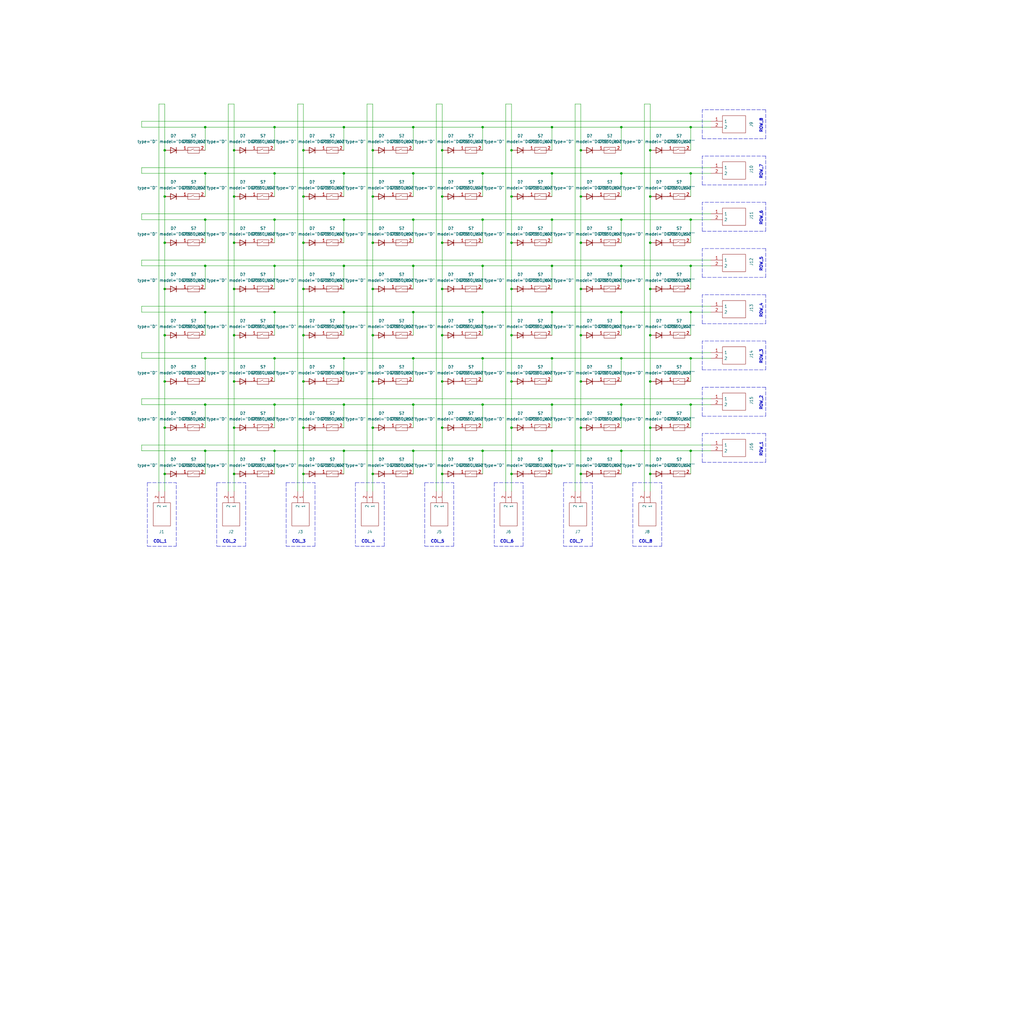
<source format=kicad_sch>
(kicad_sch (version 20211123) (generator eeschema)
  (paper "User" 450.012 450.012)
  (title_block (title "Sensor Board 17x17: Top Level Schematic") (rev "1") (company "The Great Gambit") (comment 1 "Single 17x17 board to sit under the sensor network and connect reed switches"))
  (junction (at 255.27 187.96))
  (junction (at 181.61 96.52))
  (junction (at 120.65 55.88))
  (junction (at 133.35 187.96))
  (junction (at 303.53 55.88))
  (junction (at 90.17 177.8))
  (junction (at 163.83 106.68))
  (junction (at 303.53 116.84))
  (junction (at 133.35 167.64))
  (junction (at 102.87 66.04))
  (junction (at 273.05 116.84))
  (junction (at 120.65 76.2))
  (junction (at 181.61 76.2))
  (junction (at 90.17 157.48))
  (junction (at 194.31 187.96))
  (junction (at 224.79 147.32))
  (junction (at 224.79 86.36))
  (junction (at 163.83 187.96))
  (junction (at 120.65 137.16))
  (junction (at 224.79 66.04))
  (junction (at 303.53 76.2))
  (junction (at 194.31 167.64))
  (junction (at 120.65 157.48))
  (junction (at 285.75 167.64))
  (junction (at 255.27 66.04))
  (junction (at 72.39 187.96))
  (junction (at 151.13 96.52))
  (junction (at 72.39 167.64))
  (junction (at 102.87 208.28))
  (junction (at 255.27 106.68))
  (junction (at 151.13 55.88))
  (junction (at 255.27 147.32))
  (junction (at 224.79 208.28))
  (junction (at 133.35 106.68))
  (junction (at 242.57 137.16))
  (junction (at 285.75 106.68))
  (junction (at 90.17 55.88))
  (junction (at 285.75 147.32))
  (junction (at 194.31 208.28))
  (junction (at 120.65 96.52))
  (junction (at 133.35 208.28))
  (junction (at 303.53 157.48))
  (junction (at 303.53 96.52))
  (junction (at 102.87 127))
  (junction (at 151.13 116.84))
  (junction (at 163.83 167.64))
  (junction (at 285.75 127))
  (junction (at 242.57 157.48))
  (junction (at 212.09 76.2))
  (junction (at 273.05 96.52))
  (junction (at 212.09 116.84))
  (junction (at 72.39 66.04))
  (junction (at 273.05 198.12))
  (junction (at 102.87 147.32))
  (junction (at 102.87 86.36))
  (junction (at 163.83 208.28))
  (junction (at 181.61 137.16))
  (junction (at 194.31 127))
  (junction (at 273.05 137.16))
  (junction (at 120.65 198.12))
  (junction (at 181.61 157.48))
  (junction (at 285.75 86.36))
  (junction (at 90.17 76.2))
  (junction (at 151.13 76.2))
  (junction (at 151.13 177.8))
  (junction (at 133.35 86.36))
  (junction (at 212.09 96.52))
  (junction (at 90.17 96.52))
  (junction (at 181.61 116.84))
  (junction (at 120.65 116.84))
  (junction (at 72.39 86.36))
  (junction (at 212.09 157.48))
  (junction (at 133.35 147.32))
  (junction (at 303.53 198.12))
  (junction (at 72.39 147.32))
  (junction (at 163.83 86.36))
  (junction (at 255.27 86.36))
  (junction (at 303.53 177.8))
  (junction (at 151.13 157.48))
  (junction (at 242.57 55.88))
  (junction (at 285.75 208.28))
  (junction (at 120.65 177.8))
  (junction (at 224.79 127))
  (junction (at 194.31 66.04))
  (junction (at 102.87 106.68))
  (junction (at 181.61 177.8))
  (junction (at 72.39 208.28))
  (junction (at 224.79 167.64))
  (junction (at 151.13 137.16))
  (junction (at 194.31 147.32))
  (junction (at 242.57 76.2))
  (junction (at 90.17 116.84))
  (junction (at 72.39 127))
  (junction (at 224.79 106.68))
  (junction (at 72.39 106.68))
  (junction (at 90.17 198.12))
  (junction (at 163.83 147.32))
  (junction (at 163.83 66.04))
  (junction (at 242.57 198.12))
  (junction (at 212.09 55.88))
  (junction (at 212.09 137.16))
  (junction (at 224.79 187.96))
  (junction (at 285.75 66.04))
  (junction (at 255.27 127))
  (junction (at 242.57 116.84))
  (junction (at 133.35 66.04))
  (junction (at 255.27 208.28))
  (junction (at 273.05 177.8))
  (junction (at 212.09 198.12))
  (junction (at 303.53 137.16))
  (junction (at 212.09 177.8))
  (junction (at 102.87 187.96))
  (junction (at 181.61 55.88))
  (junction (at 285.75 187.96))
  (junction (at 255.27 167.64))
  (junction (at 163.83 127))
  (junction (at 181.61 198.12))
  (junction (at 273.05 157.48))
  (junction (at 242.57 96.52))
  (junction (at 273.05 76.2))
  (junction (at 151.13 198.12))
  (junction (at 90.17 137.16))
  (junction (at 133.35 127))
  (junction (at 242.57 177.8))
  (junction (at 194.31 106.68))
  (junction (at 194.31 86.36))
  (junction (at 273.05 55.88))
  (junction (at 102.87 167.64))
  (polyline (pts (xy 308.61 101.6) (xy 308.61 88.9)))
  (wire (pts (xy 163.83 66.04) (xy 163.83 86.36)))
  (wire (pts (xy 151.13 96.52) (xy 181.61 96.52)))
  (wire (pts (xy 194.31 106.68) (xy 194.31 127)))
  (polyline (pts (xy 308.61 142.24) (xy 308.61 129.54)))
  (wire (pts (xy 133.35 106.68) (xy 133.35 127)))
  (wire (pts (xy 151.13 137.16) (xy 151.13 147.32)))
  (wire (pts (xy 212.09 116.84) (xy 242.57 116.84)))
  (polyline (pts (xy 308.61 101.6) (xy 336.55 101.6)))
  (polyline (pts (xy 125.73 240.03) (xy 138.43 240.03)))
  (wire (pts (xy 255.27 208.28) (xy 255.27 215.9)))
  (wire (pts (xy 194.31 45.72) (xy 194.31 66.04)))
  (polyline (pts (xy 64.77 212.09) (xy 64.77 240.03)))
  (wire (pts (xy 224.79 45.72) (xy 222.25 45.72)))
  (wire (pts (xy 72.39 66.04) (xy 72.39 86.36)))
  (wire (pts (xy 255.27 147.32) (xy 255.27 167.64)))
  (wire (pts (xy 69.85 215.9) (xy 69.85 45.72)))
  (wire (pts (xy 120.65 177.8) (xy 120.65 187.96)))
  (wire (pts (xy 62.23 53.34) (xy 62.23 55.88)))
  (wire (pts (xy 312.42 175.26) (xy 62.23 175.26)))
  (wire (pts (xy 222.25 45.72) (xy 222.25 215.9)))
  (polyline (pts (xy 107.95 240.03) (xy 107.95 212.09)))
  (wire (pts (xy 273.05 96.52) (xy 303.53 96.52)))
  (wire (pts (xy 102.87 187.96) (xy 102.87 208.28)))
  (polyline (pts (xy 77.47 240.03) (xy 77.47 212.09)))
  (polyline (pts (xy 336.55 81.28) (xy 336.55 68.58)))
  (wire (pts (xy 224.79 66.04) (xy 224.79 86.36)))
  (wire (pts (xy 212.09 96.52) (xy 242.57 96.52)))
  (wire (pts (xy 72.39 208.28) (xy 72.39 215.9)))
  (wire (pts (xy 120.65 76.2) (xy 151.13 76.2)))
  (polyline (pts (xy 290.83 240.03) (xy 290.83 212.09)))
  (wire (pts (xy 273.05 76.2) (xy 273.05 86.36)))
  (wire (pts (xy 181.61 55.88) (xy 181.61 66.04)))
  (wire (pts (xy 242.57 137.16) (xy 242.57 147.32)))
  (polyline (pts (xy 336.55 88.9) (xy 308.61 88.9)))
  (wire (pts (xy 212.09 55.88) (xy 212.09 66.04)))
  (wire (pts (xy 120.65 177.8) (xy 151.13 177.8)))
  (polyline (pts (xy 308.61 203.2) (xy 308.61 190.5)))
  (wire (pts (xy 242.57 198.12) (xy 273.05 198.12)))
  (wire (pts (xy 194.31 167.64) (xy 194.31 187.96)))
  (wire (pts (xy 62.23 116.84) (xy 90.17 116.84)))
  (polyline (pts (xy 336.55 182.88) (xy 336.55 170.18)))
  (polyline (pts (xy 336.55 142.24) (xy 336.55 129.54)))
  (wire (pts (xy 151.13 157.48) (xy 181.61 157.48)))
  (wire (pts (xy 120.65 116.84) (xy 151.13 116.84)))
  (wire (pts (xy 255.27 127) (xy 255.27 147.32)))
  (wire (pts (xy 224.79 187.96) (xy 224.79 208.28)))
  (wire (pts (xy 102.87 127) (xy 102.87 147.32)))
  (wire (pts (xy 252.73 215.9) (xy 252.73 45.72)))
  (polyline (pts (xy 95.25 212.09) (xy 107.95 212.09)))
  (wire (pts (xy 102.87 106.68) (xy 102.87 127)))
  (wire (pts (xy 90.17 116.84) (xy 120.65 116.84)))
  (wire (pts (xy 181.61 76.2) (xy 181.61 86.36)))
  (wire (pts (xy 285.75 127) (xy 285.75 147.32)))
  (polyline (pts (xy 168.91 240.03) (xy 168.91 212.09)))
  (wire (pts (xy 191.77 45.72) (xy 194.31 45.72)))
  (wire (pts (xy 120.65 96.52) (xy 151.13 96.52)))
  (wire (pts (xy 212.09 137.16) (xy 242.57 137.16)))
  (wire (pts (xy 285.75 167.64) (xy 285.75 187.96)))
  (wire (pts (xy 303.53 198.12) (xy 312.42 198.12)))
  (polyline (pts (xy 156.21 240.03) (xy 168.91 240.03)))
  (polyline (pts (xy 217.17 240.03) (xy 229.87 240.03)))
  (wire (pts (xy 212.09 198.12) (xy 242.57 198.12)))
  (wire (pts (xy 312.42 154.94) (xy 62.23 154.94)))
  (polyline (pts (xy 217.17 212.09) (xy 217.17 240.03)))
  (polyline (pts (xy 125.73 212.09) (xy 138.43 212.09)))
  (wire (pts (xy 151.13 76.2) (xy 151.13 86.36)))
  (wire (pts (xy 120.65 76.2) (xy 120.65 86.36)))
  (wire (pts (xy 181.61 55.88) (xy 212.09 55.88)))
  (polyline (pts (xy 336.55 109.22) (xy 308.61 109.22)))
  (wire (pts (xy 312.42 114.3) (xy 62.23 114.3)))
  (wire (pts (xy 181.61 137.16) (xy 181.61 147.32)))
  (wire (pts (xy 181.61 177.8) (xy 181.61 187.96)))
  (wire (pts (xy 72.39 187.96) (xy 72.39 208.28)))
  (polyline (pts (xy 308.61 182.88) (xy 308.61 170.18)))
  (polyline (pts (xy 336.55 203.2) (xy 336.55 190.5)))
  (polyline (pts (xy 186.69 240.03) (xy 199.39 240.03)))
  (wire (pts (xy 62.23 96.52) (xy 90.17 96.52)))
  (wire (pts (xy 212.09 177.8) (xy 242.57 177.8)))
  (wire (pts (xy 62.23 154.94) (xy 62.23 157.48)))
  (polyline (pts (xy 64.77 240.03) (xy 77.47 240.03)))
  (wire (pts (xy 285.75 45.72) (xy 285.75 66.04)))
  (wire (pts (xy 181.61 198.12) (xy 212.09 198.12)))
  (wire (pts (xy 62.23 198.12) (xy 90.17 198.12)))
  (wire (pts (xy 181.61 198.12) (xy 181.61 208.28)))
  (wire (pts (xy 151.13 198.12) (xy 151.13 208.28)))
  (polyline (pts (xy 199.39 240.03) (xy 199.39 212.09)))
  (wire (pts (xy 212.09 157.48) (xy 242.57 157.48)))
  (wire (pts (xy 224.79 106.68) (xy 224.79 127)))
  (wire (pts (xy 273.05 177.8) (xy 273.05 187.96)))
  (wire (pts (xy 194.31 127) (xy 194.31 147.32)))
  (wire (pts (xy 224.79 208.28) (xy 224.79 215.9)))
  (wire (pts (xy 181.61 96.52) (xy 212.09 96.52)))
  (wire (pts (xy 181.61 157.48) (xy 212.09 157.48)))
  (wire (pts (xy 312.42 134.62) (xy 62.23 134.62)))
  (wire (pts (xy 130.81 215.9) (xy 130.81 45.72)))
  (wire (pts (xy 303.53 116.84) (xy 312.42 116.84)))
  (wire (pts (xy 181.61 116.84) (xy 181.61 127)))
  (wire (pts (xy 181.61 116.84) (xy 212.09 116.84)))
  (wire (pts (xy 242.57 177.8) (xy 273.05 177.8)))
  (wire (pts (xy 151.13 177.8) (xy 181.61 177.8)))
  (wire (pts (xy 285.75 86.36) (xy 285.75 106.68)))
  (polyline (pts (xy 308.61 60.96) (xy 308.61 48.26)))
  (wire (pts (xy 212.09 137.16) (xy 212.09 147.32)))
  (polyline (pts (xy 156.21 212.09) (xy 156.21 240.03)))
  (wire (pts (xy 163.83 187.96) (xy 163.83 208.28)))
  (wire (pts (xy 72.39 45.72) (xy 72.39 66.04)))
  (polyline (pts (xy 278.13 240.03) (xy 290.83 240.03)))
  (polyline (pts (xy 247.65 240.03) (xy 260.35 240.03)))
  (wire (pts (xy 303.53 55.88) (xy 312.42 55.88)))
  (wire (pts (xy 133.35 147.32) (xy 133.35 167.64)))
  (wire (pts (xy 69.85 45.72) (xy 72.39 45.72)))
  (wire (pts (xy 303.53 55.88) (xy 303.53 66.04)))
  (wire (pts (xy 163.83 167.64) (xy 163.83 187.96)))
  (polyline (pts (xy 308.61 182.88) (xy 336.55 182.88)))
  (wire (pts (xy 90.17 55.88) (xy 90.17 66.04)))
  (wire (pts (xy 130.81 45.72) (xy 133.35 45.72)))
  (wire (pts (xy 163.83 86.36) (xy 163.83 106.68)))
  (wire (pts (xy 102.87 66.04) (xy 102.87 86.36)))
  (wire (pts (xy 242.57 157.48) (xy 273.05 157.48)))
  (wire (pts (xy 212.09 55.88) (xy 242.57 55.88)))
  (wire (pts (xy 151.13 55.88) (xy 151.13 66.04)))
  (wire (pts (xy 273.05 96.52) (xy 273.05 106.68)))
  (wire (pts (xy 62.23 177.8) (xy 90.17 177.8)))
  (wire (pts (xy 181.61 76.2) (xy 212.09 76.2)))
  (wire (pts (xy 242.57 76.2) (xy 273.05 76.2)))
  (wire (pts (xy 224.79 167.64) (xy 224.79 187.96)))
  (wire (pts (xy 273.05 116.84) (xy 303.53 116.84)))
  (wire (pts (xy 62.23 195.58) (xy 62.23 198.12)))
  (wire (pts (xy 90.17 96.52) (xy 90.17 106.68)))
  (wire (pts (xy 224.79 147.32) (xy 224.79 167.64)))
  (wire (pts (xy 163.83 208.28) (xy 163.83 215.9)))
  (wire (pts (xy 242.57 198.12) (xy 242.57 208.28)))
  (wire (pts (xy 194.31 208.28) (xy 194.31 215.9)))
  (wire (pts (xy 163.83 127) (xy 163.83 147.32)))
  (wire (pts (xy 100.33 215.9) (xy 100.33 45.72)))
  (wire (pts (xy 90.17 76.2) (xy 120.65 76.2)))
  (wire (pts (xy 194.31 86.36) (xy 194.31 106.68)))
  (polyline (pts (xy 260.35 240.03) (xy 260.35 212.09)))
  (wire (pts (xy 72.39 127) (xy 72.39 147.32)))
  (wire (pts (xy 120.65 198.12) (xy 120.65 208.28)))
  (wire (pts (xy 283.21 45.72) (xy 285.75 45.72)))
  (wire (pts (xy 303.53 177.8) (xy 312.42 177.8)))
  (wire (pts (xy 151.13 137.16) (xy 181.61 137.16)))
  (wire (pts (xy 90.17 137.16) (xy 90.17 147.32)))
  (wire (pts (xy 102.87 86.36) (xy 102.87 106.68)))
  (polyline (pts (xy 308.61 121.92) (xy 336.55 121.92)))
  (wire (pts (xy 242.57 157.48) (xy 242.57 167.64)))
  (wire (pts (xy 242.57 55.88) (xy 273.05 55.88)))
  (polyline (pts (xy 138.43 240.03) (xy 138.43 212.09)))
  (wire (pts (xy 163.83 45.72) (xy 163.83 66.04)))
  (wire (pts (xy 181.61 137.16) (xy 212.09 137.16)))
  (wire (pts (xy 303.53 76.2) (xy 303.53 86.36)))
  (polyline (pts (xy 186.69 212.09) (xy 199.39 212.09)))
  (wire (pts (xy 181.61 96.52) (xy 181.61 106.68)))
  (wire (pts (xy 120.65 116.84) (xy 120.65 127)))
  (wire (pts (xy 242.57 116.84) (xy 273.05 116.84)))
  (wire (pts (xy 285.75 187.96) (xy 285.75 208.28)))
  (polyline (pts (xy 336.55 121.92) (xy 336.55 109.22)))
  (wire (pts (xy 255.27 106.68) (xy 255.27 127)))
  (polyline (pts (xy 336.55 162.56) (xy 336.55 149.86)))
  (wire (pts (xy 242.57 76.2) (xy 242.57 86.36)))
  (polyline (pts (xy 247.65 212.09) (xy 260.35 212.09)))
  (wire (pts (xy 90.17 76.2) (xy 90.17 86.36)))
  (wire (pts (xy 242.57 96.52) (xy 242.57 106.68)))
  (wire (pts (xy 285.75 147.32) (xy 285.75 167.64)))
  (wire (pts (xy 72.39 147.32) (xy 72.39 167.64)))
  (wire (pts (xy 133.35 208.28) (xy 133.35 215.9)))
  (wire (pts (xy 151.13 116.84) (xy 151.13 127)))
  (wire (pts (xy 120.65 198.12) (xy 151.13 198.12)))
  (polyline (pts (xy 336.55 129.54) (xy 308.61 129.54)))
  (wire (pts (xy 72.39 167.64) (xy 72.39 187.96)))
  (wire (pts (xy 255.27 187.96) (xy 255.27 208.28)))
  (wire (pts (xy 242.57 96.52) (xy 273.05 96.52)))
  (wire (pts (xy 303.53 76.2) (xy 312.42 76.2)))
  (wire (pts (xy 100.33 45.72) (xy 102.87 45.72)))
  (polyline (pts (xy 336.55 48.26) (xy 308.61 48.26)))
  (wire (pts (xy 303.53 198.12) (xy 303.53 208.28)))
  (wire (pts (xy 224.79 86.36) (xy 224.79 106.68)))
  (wire (pts (xy 90.17 137.16) (xy 120.65 137.16)))
  (wire (pts (xy 273.05 55.88) (xy 273.05 66.04)))
  (polyline (pts (xy 336.55 149.86) (xy 308.61 149.86)))
  (polyline (pts (xy 308.61 121.92) (xy 308.61 109.22)))
  (wire (pts (xy 194.31 187.96) (xy 194.31 208.28)))
  (wire (pts (xy 62.23 175.26) (xy 62.23 177.8)))
  (wire (pts (xy 133.35 66.04) (xy 133.35 86.36)))
  (wire (pts (xy 273.05 198.12) (xy 273.05 208.28)))
  (wire (pts (xy 161.29 45.72) (xy 163.83 45.72)))
  (wire (pts (xy 242.57 55.88) (xy 242.57 66.04)))
  (wire (pts (xy 90.17 198.12) (xy 90.17 208.28)))
  (wire (pts (xy 224.79 127) (xy 224.79 147.32)))
  (wire (pts (xy 212.09 96.52) (xy 212.09 106.68)))
  (wire (pts (xy 151.13 96.52) (xy 151.13 106.68)))
  (wire (pts (xy 133.35 127) (xy 133.35 147.32)))
  (wire (pts (xy 62.23 76.2) (xy 90.17 76.2)))
  (wire (pts (xy 273.05 137.16) (xy 303.53 137.16)))
  (wire (pts (xy 62.23 93.98) (xy 62.23 96.52)))
  (wire (pts (xy 212.09 157.48) (xy 212.09 167.64)))
  (polyline (pts (xy 186.69 212.09) (xy 186.69 240.03)))
  (wire (pts (xy 90.17 177.8) (xy 90.17 187.96)))
  (polyline (pts (xy 278.13 212.09) (xy 278.13 240.03)))
  (wire (pts (xy 102.87 208.28) (xy 102.87 215.9)))
  (wire (pts (xy 62.23 137.16) (xy 90.17 137.16)))
  (wire (pts (xy 224.79 45.72) (xy 224.79 66.04)))
  (polyline (pts (xy 308.61 162.56) (xy 308.61 149.86)))
  (polyline (pts (xy 308.61 81.28) (xy 336.55 81.28)))
  (wire (pts (xy 303.53 157.48) (xy 303.53 167.64)))
  (wire (pts (xy 102.87 147.32) (xy 102.87 167.64)))
  (polyline (pts (xy 336.55 101.6) (xy 336.55 88.9)))
  (wire (pts (xy 252.73 45.72) (xy 255.27 45.72)))
  (wire (pts (xy 120.65 55.88) (xy 120.65 66.04)))
  (polyline (pts (xy 336.55 60.96) (xy 336.55 48.26)))
  (wire (pts (xy 151.13 177.8) (xy 151.13 187.96)))
  (wire (pts (xy 255.27 66.04) (xy 255.27 86.36)))
  (wire (pts (xy 90.17 157.48) (xy 120.65 157.48)))
  (polyline (pts (xy 95.25 240.03) (xy 107.95 240.03)))
  (wire (pts (xy 303.53 157.48) (xy 312.42 157.48)))
  (wire (pts (xy 242.57 177.8) (xy 242.57 187.96)))
  (wire (pts (xy 303.53 116.84) (xy 303.53 127)))
  (polyline (pts (xy 308.61 142.24) (xy 336.55 142.24)))
  (wire (pts (xy 194.31 66.04) (xy 194.31 86.36)))
  (wire (pts (xy 303.53 137.16) (xy 303.53 147.32)))
  (wire (pts (xy 62.23 55.88) (xy 90.17 55.88)))
  (wire (pts (xy 62.23 157.48) (xy 90.17 157.48)))
  (polyline (pts (xy 308.61 203.2) (xy 336.55 203.2)))
  (wire (pts (xy 151.13 116.84) (xy 181.61 116.84)))
  (wire (pts (xy 120.65 157.48) (xy 151.13 157.48)))
  (wire (pts (xy 312.42 195.58) (xy 62.23 195.58)))
  (wire (pts (xy 120.65 137.16) (xy 151.13 137.16)))
  (wire (pts (xy 285.75 106.68) (xy 285.75 127)))
  (wire (pts (xy 212.09 76.2) (xy 242.57 76.2)))
  (wire (pts (xy 273.05 198.12) (xy 303.53 198.12)))
  (polyline (pts (xy 308.61 162.56) (xy 336.55 162.56)))
  (wire (pts (xy 255.27 167.64) (xy 255.27 187.96)))
  (wire (pts (xy 255.27 86.36) (xy 255.27 106.68)))
  (wire (pts (xy 72.39 86.36) (xy 72.39 106.68)))
  (wire (pts (xy 120.65 96.52) (xy 120.65 106.68)))
  (wire (pts (xy 273.05 116.84) (xy 273.05 127)))
  (wire (pts (xy 181.61 177.8) (xy 212.09 177.8)))
  (wire (pts (xy 151.13 76.2) (xy 181.61 76.2)))
  (wire (pts (xy 120.65 157.48) (xy 120.65 167.64)))
  (wire (pts (xy 242.57 137.16) (xy 273.05 137.16)))
  (polyline (pts (xy 336.55 170.18) (xy 308.61 170.18)))
  (wire (pts (xy 120.65 55.88) (xy 151.13 55.88)))
  (wire (pts (xy 151.13 55.88) (xy 181.61 55.88)))
  (polyline (pts (xy 125.73 212.09) (xy 125.73 240.03)))
  (wire (pts (xy 90.17 198.12) (xy 120.65 198.12)))
  (wire (pts (xy 90.17 96.52) (xy 120.65 96.52)))
  (wire (pts (xy 163.83 147.32) (xy 163.83 167.64)))
  (wire (pts (xy 133.35 187.96) (xy 133.35 208.28)))
  (wire (pts (xy 242.57 116.84) (xy 242.57 127)))
  (polyline (pts (xy 217.17 212.09) (xy 229.87 212.09)))
  (wire (pts (xy 212.09 177.8) (xy 212.09 187.96)))
  (wire (pts (xy 151.13 157.48) (xy 151.13 167.64)))
  (wire (pts (xy 90.17 55.88) (xy 120.65 55.88)))
  (wire (pts (xy 90.17 177.8) (xy 120.65 177.8)))
  (wire (pts (xy 273.05 177.8) (xy 303.53 177.8)))
  (polyline (pts (xy 156.21 212.09) (xy 168.91 212.09)))
  (wire (pts (xy 120.65 137.16) (xy 120.65 147.32)))
  (wire (pts (xy 133.35 86.36) (xy 133.35 106.68)))
  (polyline (pts (xy 229.87 240.03) (xy 229.87 212.09)))
  (wire (pts (xy 163.83 106.68) (xy 163.83 127)))
  (wire (pts (xy 312.42 73.66) (xy 62.23 73.66)))
  (wire (pts (xy 312.42 53.34) (xy 62.23 53.34)))
  (wire (pts (xy 194.31 147.32) (xy 194.31 167.64)))
  (wire (pts (xy 133.35 45.72) (xy 133.35 66.04)))
  (wire (pts (xy 212.09 76.2) (xy 212.09 86.36)))
  (polyline (pts (xy 336.55 190.5) (xy 308.61 190.5)))
  (wire (pts (xy 303.53 96.52) (xy 303.53 106.68)))
  (polyline (pts (xy 278.13 212.09) (xy 290.83 212.09)))
  (wire (pts (xy 312.42 93.98) (xy 62.23 93.98)))
  (wire (pts (xy 303.53 137.16) (xy 312.42 137.16)))
  (wire (pts (xy 72.39 106.68) (xy 72.39 127)))
  (wire (pts (xy 283.21 215.9) (xy 283.21 45.72)))
  (polyline (pts (xy 247.65 212.09) (xy 247.65 240.03)))
  (wire (pts (xy 273.05 157.48) (xy 303.53 157.48)))
  (wire (pts (xy 90.17 116.84) (xy 90.17 127)))
  (wire (pts (xy 151.13 198.12) (xy 181.61 198.12)))
  (wire (pts (xy 191.77 215.9) (xy 191.77 45.72)))
  (wire (pts (xy 102.87 167.64) (xy 102.87 187.96)))
  (wire (pts (xy 285.75 208.28) (xy 285.75 215.9)))
  (polyline (pts (xy 64.77 212.09) (xy 77.47 212.09)))
  (wire (pts (xy 273.05 76.2) (xy 303.53 76.2)))
  (wire (pts (xy 102.87 45.72) (xy 102.87 66.04)))
  (wire (pts (xy 273.05 157.48) (xy 273.05 167.64)))
  (wire (pts (xy 303.53 177.8) (xy 303.53 187.96)))
  (polyline (pts (xy 308.61 81.28) (xy 308.61 68.58)))
  (wire (pts (xy 181.61 157.48) (xy 181.61 167.64)))
  (wire (pts (xy 273.05 137.16) (xy 273.05 147.32)))
  (wire (pts (xy 285.75 66.04) (xy 285.75 86.36)))
  (wire (pts (xy 212.09 116.84) (xy 212.09 127)))
  (wire (pts (xy 90.17 157.48) (xy 90.17 167.64)))
  (wire (pts (xy 212.09 198.12) (xy 212.09 208.28)))
  (wire (pts (xy 62.23 114.3) (xy 62.23 116.84)))
  (polyline (pts (xy 336.55 68.58) (xy 308.61 68.58)))
  (wire (pts (xy 161.29 215.9) (xy 161.29 45.72)))
  (wire (pts (xy 62.23 73.66) (xy 62.23 76.2)))
  (polyline (pts (xy 308.61 60.96) (xy 336.55 60.96)))
  (wire (pts (xy 255.27 45.72) (xy 255.27 66.04)))
  (wire (pts (xy 62.23 134.62) (xy 62.23 137.16)))
  (polyline (pts (xy 95.25 212.09) (xy 95.25 240.03)))
  (wire (pts (xy 273.05 55.88) (xy 303.53 55.88)))
  (wire (pts (xy 303.53 96.52) (xy 312.42 96.52)))
  (wire (pts (xy 133.35 167.64) (xy 133.35 187.96)))
  (text "COL_2" (at 97.79 238.76 0) (effects (font (size 1.27 1.27) (thickness 0.254) bold) (justify left bottom)))
  (text "COL_8" (at 280.67 238.76 0) (effects (font (size 1.27 1.27) (thickness 0.254) bold) (justify left bottom)))
  (text "COL_3" (at 128.27 238.76 0) (effects (font (size 1.27 1.27) (thickness 0.254) bold) (justify left bottom)))
  (text "ROW_8" (at 335.28 58.42 90) (effects (font (size 1.27 1.27) (thickness 0.254) bold) (justify left bottom)))
  (text "COL_4" (at 158.75 238.76 0) (effects (font (size 1.27 1.27) (thickness 0.254) bold) (justify left bottom)))
  (text "COL_1" (at 67.31 238.76 0) (effects (font (size 1.27 1.27) (thickness 0.254) bold) (justify left bottom)))
  (text "COL_5" (at 189.23 238.76 0) (effects (font (size 1.27 1.27) (thickness 0.254) bold) (justify left bottom)))
  (text "ROW_7" (at 335.28 78.74 90) (effects (font (size 1.27 1.27) (thickness 0.254) bold) (justify left bottom)))
  (text "ROW_1" (at 335.28 200.66 90) (effects (font (size 1.27 1.27) (thickness 0.254) bold) (justify left bottom)))
  (text "COL_6" (at 219.71 238.76 0) (effects (font (size 1.27 1.27) (thickness 0.254) bold) (justify left bottom)))
  (text "ROW_6" (at 335.28 99.06 90) (effects (font (size 1.27 1.27) (thickness 0.254) bold) (justify left bottom)))
  (text "COL_7" (at 250.19 238.76 0) (effects (font (size 1.27 1.27) (thickness 0.254) bold) (justify left bottom)))
  (text "ROW_2" (at 335.28 180.34 90) (effects (font (size 1.27 1.27) (thickness 0.254) bold) (justify left bottom)))
  (text "ROW_5" (at 335.28 119.38 90) (effects (font (size 1.27 1.27) (thickness 0.254) bold) (justify left bottom)))
  (text "ROW_4" (at 335.28 139.7 90) (effects (font (size 1.27 1.27) (thickness 0.254) bold) (justify left bottom)))
  (text "ROW_3" (at 335.28 160.02 90) (effects (font (size 1.27 1.27) (thickness 0.254) bold) (justify left bottom)))
  (symbol (lib_id "Simulation_SPICE:DIODE") (at 137.16 208.28 0) (unit 1)
    (property "Reference" "D?" (at 137.16 201.93 0))
    (property "Value" "DIODE" (at 137.16 204.47 0))
    (property "Spice_Netlist_Enabled" "Y" (effects hide))
    (property "Spice_Primitive" "D" (effects hide))
  )
  (symbol (lib_name "GP560_V03_61") (lib_id "GP560_V03:GP560_V03") (at 237.49 191.77 0) (unit 1)
    (property "Reference" "S?" (at 237.49 181.61 0))
    (property "Value" "GP560_V03" (at 237.49 184.15 0))
    (property "Footprint" "GP560_V03:GP560_V03" (effects hide))
    (property "Datasheet" "http://4a30d8fd18dae1bf393d-df49f4cedb726ad03ad145d2e3d346bd.r41.cf5.rackcdn.com/datasheets/21/2110521520e.pdf" (effects hide))
    (property "Manufacturer's Part Number" "SW GP560/15-20 AT" (effects hide))
    (property "Digikey Part Number" "374-1336-ND" (effects hide))
    (property "Mouser Part Number" " Not Assigned" (effects hide))
    (property "Digikey Link" "https://www.digikey.com/en/products/detail/standex-meder-electronics/SW-GP560-15-20-AT/3979781" (effects hide))
    (property "Mouser Link" "https://www.mouser.com/ProductDetail/MEDER-electronic-Standex/SW-GP560-15-20-AT?qs=d0WKAl%252BL4Kadyp5DQju8bA%3D%3D" (effects hide))
  )
  (symbol (lib_id "Simulation_SPICE:DIODE") (at 76.2 127 0) (unit 1)
    (property "Reference" "D?" (at 76.2 120.65 0))
    (property "Value" "DIODE" (at 76.2 123.19 0))
    (property "Spice_Netlist_Enabled" "Y" (effects hide))
    (property "Spice_Primitive" "D" (effects hide))
  )
  (symbol (lib_id "Simulation_SPICE:DIODE") (at 76.2 86.36 0) (unit 1)
    (property "Reference" "D?" (at 76.2 80.01 0))
    (property "Value" "DIODE" (at 76.2 82.55 0))
    (property "Spice_Netlist_Enabled" "Y" (effects hide))
    (property "Spice_Primitive" "D" (effects hide))
  )
  (symbol (lib_name "GP560_V03_61") (lib_id "GP560_V03:GP560_V03") (at 237.49 212.09 0) (unit 1)
    (property "Reference" "S?" (at 237.49 201.93 0))
    (property "Value" "GP560_V03" (at 237.49 204.47 0))
    (property "Footprint" "GP560_V03:GP560_V03" (effects hide))
    (property "Datasheet" "http://4a30d8fd18dae1bf393d-df49f4cedb726ad03ad145d2e3d346bd.r41.cf5.rackcdn.com/datasheets/21/2110521520e.pdf" (effects hide))
    (property "Manufacturer's Part Number" "SW GP560/15-20 AT" (effects hide))
    (property "Digikey Part Number" "374-1336-ND" (effects hide))
    (property "Mouser Part Number" " Not Assigned" (effects hide))
    (property "Digikey Link" "https://www.digikey.com/en/products/detail/standex-meder-electronics/SW-GP560-15-20-AT/3979781" (effects hide))
    (property "Mouser Link" "https://www.mouser.com/ProductDetail/MEDER-electronic-Standex/SW-GP560-15-20-AT?qs=d0WKAl%252BL4Kadyp5DQju8bA%3D%3D" (effects hide))
  )
  (symbol (lib_name "GP560_V03_61") (lib_id "GP560_V03:GP560_V03") (at 146.05 69.85 0) (unit 1)
    (property "Reference" "S?" (at 146.05 59.69 0))
    (property "Value" "GP560_V03" (at 146.05 62.23 0))
    (property "Footprint" "GP560_V03:GP560_V03" (effects hide))
    (property "Datasheet" "http://4a30d8fd18dae1bf393d-df49f4cedb726ad03ad145d2e3d346bd.r41.cf5.rackcdn.com/datasheets/21/2110521520e.pdf" (effects hide))
    (property "Manufacturer's Part Number" "SW GP560/15-20 AT" (effects hide))
    (property "Digikey Part Number" "374-1336-ND" (effects hide))
    (property "Mouser Part Number" " Not Assigned" (effects hide))
    (property "Digikey Link" "https://www.digikey.com/en/products/detail/standex-meder-electronics/SW-GP560-15-20-AT/3979781" (effects hide))
    (property "Mouser Link" "https://www.mouser.com/ProductDetail/MEDER-electronic-Standex/SW-GP560-15-20-AT?qs=d0WKAl%252BL4Kadyp5DQju8bA%3D%3D" (effects hide))
  )
  (symbol (lib_name "GP560_V03_61") (lib_id "GP560_V03:GP560_V03") (at 267.97 151.13 0) (unit 1)
    (property "Reference" "S?" (at 267.97 140.97 0))
    (property "Value" "GP560_V03" (at 267.97 143.51 0))
    (property "Footprint" "GP560_V03:GP560_V03" (effects hide))
    (property "Datasheet" "http://4a30d8fd18dae1bf393d-df49f4cedb726ad03ad145d2e3d346bd.r41.cf5.rackcdn.com/datasheets/21/2110521520e.pdf" (effects hide))
    (property "Manufacturer's Part Number" "SW GP560/15-20 AT" (effects hide))
    (property "Digikey Part Number" "374-1336-ND" (effects hide))
    (property "Mouser Part Number" " Not Assigned" (effects hide))
    (property "Digikey Link" "https://www.digikey.com/en/products/detail/standex-meder-electronics/SW-GP560-15-20-AT/3979781" (effects hide))
    (property "Mouser Link" "https://www.mouser.com/ProductDetail/MEDER-electronic-Standex/SW-GP560-15-20-AT?qs=d0WKAl%252BL4Kadyp5DQju8bA%3D%3D" (effects hide))
  )
  (symbol (lib_id "Simulation_SPICE:DIODE") (at 228.6 106.68 0) (unit 1)
    (property "Reference" "D?" (at 228.6 100.33 0))
    (property "Value" "DIODE" (at 228.6 102.87 0))
    (property "Spice_Netlist_Enabled" "Y" (effects hide))
    (property "Spice_Primitive" "D" (effects hide))
  )
  (symbol (lib_id "Simulation_SPICE:DIODE") (at 228.6 66.04 0) (unit 1)
    (property "Reference" "D?" (at 228.6 59.69 0))
    (property "Value" "DIODE" (at 228.6 62.23 0))
    (property "Spice_Netlist_Enabled" "Y" (effects hide))
    (property "Spice_Primitive" "D" (effects hide))
  )
  (symbol (lib_id "OQ0212500000G:OQ0212500000G") (at 312.42 114.3 0) (unit 1)
    (property "Reference" "J12" (at 330.2 116.84 90) (effects (justify left)))
    (property "Value" "OQ0212500000G" (effects hide))
    (property "Footprint" "OQ0212500000G:OQ0212500000G" (effects hide))
    (property "Datasheet" "https://datasheet.datasheetarchive.com/originals/distributors/DKDS-9/178262.pdf" (effects hide))
    (property "Manufacturer's Part Number" "OQ0212500000G" (effects hide))
    (property "Digikey Part Number" "609-4981-ND" (effects hide))
    (property "Mouser Part Number" "649-220107-C021A01LF" (effects hide))
    (property "Digikey Link" "https://www.digikey.com/en/products/detail/amphenol-anytek/OQ0212500000G/4242016" (effects hide))
    (property "Mouser Link" "https://www.mouser.com/ProductDetail/Amphenol-Anytek/OQ0212500000G?qs=Mv7BduZupUhn3/Ke8nJdbQ%3D%3D" (effects hide))
  )
  (symbol (lib_id "OQ0212500000G:OQ0212500000G") (at 285.75 215.9 270) (unit 1)
    (property "Reference" "J8" (at 283.21 233.68 90) (effects (justify left)))
    (property "Value" "OQ0212500000G" (effects hide))
    (property "Footprint" "OQ0212500000G:OQ0212500000G" (effects hide))
    (property "Datasheet" "https://datasheet.datasheetarchive.com/originals/distributors/DKDS-9/178262.pdf" (effects hide))
    (property "Manufacturer's Part Number" "OQ0212500000G" (effects hide))
    (property "Digikey Part Number" "609-4981-ND" (effects hide))
    (property "Mouser Part Number" "649-220107-C021A01LF" (effects hide))
    (property "Digikey Link" "https://www.digikey.com/en/products/detail/amphenol-anytek/OQ0212500000G/4242016" (effects hide))
    (property "Mouser Link" "https://www.mouser.com/ProductDetail/Amphenol-Anytek/OQ0212500000G?qs=Mv7BduZupUhn3/Ke8nJdbQ%3D%3D" (effects hide))
  )
  (symbol (lib_id "OQ0212500000G:OQ0212500000G") (at 312.42 93.98 0) (unit 1)
    (property "Reference" "J11" (at 330.2 96.52 90) (effects (justify left)))
    (property "Value" "OQ0212500000G" (effects hide))
    (property "Footprint" "OQ0212500000G:OQ0212500000G" (effects hide))
    (property "Datasheet" "https://datasheet.datasheetarchive.com/originals/distributors/DKDS-9/178262.pdf" (effects hide))
    (property "Manufacturer's Part Number" "OQ0212500000G" (effects hide))
    (property "Digikey Part Number" "609-4981-ND" (effects hide))
    (property "Mouser Part Number" "649-220107-C021A01LF" (effects hide))
    (property "Digikey Link" "https://www.digikey.com/en/products/detail/amphenol-anytek/OQ0212500000G/4242016" (effects hide))
    (property "Mouser Link" "https://www.mouser.com/ProductDetail/Amphenol-Anytek/OQ0212500000G?qs=Mv7BduZupUhn3/Ke8nJdbQ%3D%3D" (effects hide))
  )
  (symbol (lib_name "GP560_V03_61") (lib_id "GP560_V03:GP560_V03") (at 115.57 69.85 0) (unit 1)
    (property "Reference" "S?" (at 115.57 59.69 0))
    (property "Value" "GP560_V03" (at 115.57 62.23 0))
    (property "Footprint" "GP560_V03:GP560_V03" (effects hide))
    (property "Datasheet" "http://4a30d8fd18dae1bf393d-df49f4cedb726ad03ad145d2e3d346bd.r41.cf5.rackcdn.com/datasheets/21/2110521520e.pdf" (effects hide))
    (property "Manufacturer's Part Number" "SW GP560/15-20 AT" (effects hide))
    (property "Digikey Part Number" "374-1336-ND" (effects hide))
    (property "Mouser Part Number" " Not Assigned" (effects hide))
    (property "Digikey Link" "https://www.digikey.com/en/products/detail/standex-meder-electronics/SW-GP560-15-20-AT/3979781" (effects hide))
    (property "Mouser Link" "https://www.mouser.com/ProductDetail/MEDER-electronic-Standex/SW-GP560-15-20-AT?qs=d0WKAl%252BL4Kadyp5DQju8bA%3D%3D" (effects hide))
  )
  (symbol (lib_id "Simulation_SPICE:DIODE") (at 76.2 147.32 0) (unit 1)
    (property "Reference" "D?" (at 76.2 140.97 0))
    (property "Value" "DIODE" (at 76.2 143.51 0))
    (property "Spice_Netlist_Enabled" "Y" (effects hide))
    (property "Spice_Primitive" "D" (effects hide))
  )
  (symbol (lib_id "Simulation_SPICE:DIODE") (at 198.12 147.32 0) (unit 1)
    (property "Reference" "D?" (at 198.12 140.97 0))
    (property "Value" "DIODE" (at 198.12 143.51 0))
    (property "Spice_Netlist_Enabled" "Y" (effects hide))
    (property "Spice_Primitive" "D" (effects hide))
  )
  (symbol (lib_name "GP560_V03_61") (lib_id "GP560_V03:GP560_V03") (at 237.49 171.45 0) (unit 1)
    (property "Reference" "S?" (at 237.49 161.29 0))
    (property "Value" "GP560_V03" (at 237.49 163.83 0))
    (property "Footprint" "GP560_V03:GP560_V03" (effects hide))
    (property "Datasheet" "http://4a30d8fd18dae1bf393d-df49f4cedb726ad03ad145d2e3d346bd.r41.cf5.rackcdn.com/datasheets/21/2110521520e.pdf" (effects hide))
    (property "Manufacturer's Part Number" "SW GP560/15-20 AT" (effects hide))
    (property "Digikey Part Number" "374-1336-ND" (effects hide))
    (property "Mouser Part Number" " Not Assigned" (effects hide))
    (property "Digikey Link" "https://www.digikey.com/en/products/detail/standex-meder-electronics/SW-GP560-15-20-AT/3979781" (effects hide))
    (property "Mouser Link" "https://www.mouser.com/ProductDetail/MEDER-electronic-Standex/SW-GP560-15-20-AT?qs=d0WKAl%252BL4Kadyp5DQju8bA%3D%3D" (effects hide))
  )
  (symbol (lib_id "Simulation_SPICE:DIODE") (at 228.6 127 0) (unit 1)
    (property "Reference" "D?" (at 228.6 120.65 0))
    (property "Value" "DIODE" (at 228.6 123.19 0))
    (property "Spice_Netlist_Enabled" "Y" (effects hide))
    (property "Spice_Primitive" "D" (effects hide))
  )
  (symbol (lib_name "GP560_V03_61") (lib_id "GP560_V03:GP560_V03") (at 115.57 110.49 0) (unit 1)
    (property "Reference" "S?" (at 115.57 100.33 0))
    (property "Value" "GP560_V03" (at 115.57 102.87 0))
    (property "Footprint" "GP560_V03:GP560_V03" (effects hide))
    (property "Datasheet" "http://4a30d8fd18dae1bf393d-df49f4cedb726ad03ad145d2e3d346bd.r41.cf5.rackcdn.com/datasheets/21/2110521520e.pdf" (effects hide))
    (property "Manufacturer's Part Number" "SW GP560/15-20 AT" (effects hide))
    (property "Digikey Part Number" "374-1336-ND" (effects hide))
    (property "Mouser Part Number" " Not Assigned" (effects hide))
    (property "Digikey Link" "https://www.digikey.com/en/products/detail/standex-meder-electronics/SW-GP560-15-20-AT/3979781" (effects hide))
    (property "Mouser Link" "https://www.mouser.com/ProductDetail/MEDER-electronic-Standex/SW-GP560-15-20-AT?qs=d0WKAl%252BL4Kadyp5DQju8bA%3D%3D" (effects hide))
  )
  (symbol (lib_name "GP560_V03_61") (lib_id "GP560_V03:GP560_V03") (at 146.05 171.45 0) (unit 1)
    (property "Reference" "S?" (at 146.05 161.29 0))
    (property "Value" "GP560_V03" (at 146.05 163.83 0))
    (property "Footprint" "GP560_V03:GP560_V03" (effects hide))
    (property "Datasheet" "http://4a30d8fd18dae1bf393d-df49f4cedb726ad03ad145d2e3d346bd.r41.cf5.rackcdn.com/datasheets/21/2110521520e.pdf" (effects hide))
    (property "Manufacturer's Part Number" "SW GP560/15-20 AT" (effects hide))
    (property "Digikey Part Number" "374-1336-ND" (effects hide))
    (property "Mouser Part Number" " Not Assigned" (effects hide))
    (property "Digikey Link" "https://www.digikey.com/en/products/detail/standex-meder-electronics/SW-GP560-15-20-AT/3979781" (effects hide))
    (property "Mouser Link" "https://www.mouser.com/ProductDetail/MEDER-electronic-Standex/SW-GP560-15-20-AT?qs=d0WKAl%252BL4Kadyp5DQju8bA%3D%3D" (effects hide))
  )
  (symbol (lib_id "OQ0212500000G:OQ0212500000G") (at 224.79 215.9 270) (unit 1)
    (property "Reference" "J6" (at 222.25 233.68 90) (effects (justify left)))
    (property "Value" "OQ0212500000G" (effects hide))
    (property "Footprint" "OQ0212500000G:OQ0212500000G" (effects hide))
    (property "Datasheet" "https://datasheet.datasheetarchive.com/originals/distributors/DKDS-9/178262.pdf" (effects hide))
    (property "Manufacturer's Part Number" "OQ0212500000G" (effects hide))
    (property "Digikey Part Number" "609-4981-ND" (effects hide))
    (property "Mouser Part Number" "649-220107-C021A01LF" (effects hide))
    (property "Digikey Link" "https://www.digikey.com/en/products/detail/amphenol-anytek/OQ0212500000G/4242016" (effects hide))
    (property "Mouser Link" "https://www.mouser.com/ProductDetail/Amphenol-Anytek/OQ0212500000G?qs=Mv7BduZupUhn3/Ke8nJdbQ%3D%3D" (effects hide))
  )
  (symbol (lib_id "Simulation_SPICE:DIODE") (at 76.2 106.68 0) (unit 1)
    (property "Reference" "D?" (at 76.2 100.33 0))
    (property "Value" "DIODE" (at 76.2 102.87 0))
    (property "Spice_Netlist_Enabled" "Y" (effects hide))
    (property "Spice_Primitive" "D" (effects hide))
  )
  (symbol (lib_name "GP560_V03_61") (lib_id "GP560_V03:GP560_V03") (at 267.97 212.09 0) (unit 1)
    (property "Reference" "S?" (at 267.97 201.93 0))
    (property "Value" "GP560_V03" (at 267.97 204.47 0))
    (property "Footprint" "GP560_V03:GP560_V03" (effects hide))
    (property "Datasheet" "http://4a30d8fd18dae1bf393d-df49f4cedb726ad03ad145d2e3d346bd.r41.cf5.rackcdn.com/datasheets/21/2110521520e.pdf" (effects hide))
    (property "Manufacturer's Part Number" "SW GP560/15-20 AT" (effects hide))
    (property "Digikey Part Number" "374-1336-ND" (effects hide))
    (property "Mouser Part Number" " Not Assigned" (effects hide))
    (property "Digikey Link" "https://www.digikey.com/en/products/detail/standex-meder-electronics/SW-GP560-15-20-AT/3979781" (effects hide))
    (property "Mouser Link" "https://www.mouser.com/ProductDetail/MEDER-electronic-Standex/SW-GP560-15-20-AT?qs=d0WKAl%252BL4Kadyp5DQju8bA%3D%3D" (effects hide))
  )
  (symbol (lib_name "GP560_V03_61") (lib_id "GP560_V03:GP560_V03") (at 298.45 191.77 0) (unit 1)
    (property "Reference" "S?" (at 298.45 181.61 0))
    (property "Value" "GP560_V03" (at 298.45 184.15 0))
    (property "Footprint" "GP560_V03:GP560_V03" (effects hide))
    (property "Datasheet" "http://4a30d8fd18dae1bf393d-df49f4cedb726ad03ad145d2e3d346bd.r41.cf5.rackcdn.com/datasheets/21/2110521520e.pdf" (effects hide))
    (property "Manufacturer's Part Number" "SW GP560/15-20 AT" (effects hide))
    (property "Digikey Part Number" "374-1336-ND" (effects hide))
    (property "Mouser Part Number" " Not Assigned" (effects hide))
    (property "Digikey Link" "https://www.digikey.com/en/products/detail/standex-meder-electronics/SW-GP560-15-20-AT/3979781" (effects hide))
    (property "Mouser Link" "https://www.mouser.com/ProductDetail/MEDER-electronic-Standex/SW-GP560-15-20-AT?qs=d0WKAl%252BL4Kadyp5DQju8bA%3D%3D" (effects hide))
  )
  (symbol (lib_name "GP560_V03_61") (lib_id "GP560_V03:GP560_V03") (at 115.57 171.45 0) (unit 1)
    (property "Reference" "S?" (at 115.57 161.29 0))
    (property "Value" "GP560_V03" (at 115.57 163.83 0))
    (property "Footprint" "GP560_V03:GP560_V03" (effects hide))
    (property "Datasheet" "http://4a30d8fd18dae1bf393d-df49f4cedb726ad03ad145d2e3d346bd.r41.cf5.rackcdn.com/datasheets/21/2110521520e.pdf" (effects hide))
    (property "Manufacturer's Part Number" "SW GP560/15-20 AT" (effects hide))
    (property "Digikey Part Number" "374-1336-ND" (effects hide))
    (property "Mouser Part Number" " Not Assigned" (effects hide))
    (property "Digikey Link" "https://www.digikey.com/en/products/detail/standex-meder-electronics/SW-GP560-15-20-AT/3979781" (effects hide))
    (property "Mouser Link" "https://www.mouser.com/ProductDetail/MEDER-electronic-Standex/SW-GP560-15-20-AT?qs=d0WKAl%252BL4Kadyp5DQju8bA%3D%3D" (effects hide))
  )
  (symbol (lib_id "Simulation_SPICE:DIODE") (at 289.56 147.32 0) (unit 1)
    (property "Reference" "D?" (at 289.56 140.97 0))
    (property "Value" "DIODE" (at 289.56 143.51 0))
    (property "Spice_Netlist_Enabled" "Y" (effects hide))
    (property "Spice_Primitive" "D" (effects hide))
  )
  (symbol (lib_id "Simulation_SPICE:DIODE") (at 137.16 167.64 0) (unit 1)
    (property "Reference" "D?" (at 137.16 161.29 0))
    (property "Value" "DIODE" (at 137.16 163.83 0))
    (property "Spice_Netlist_Enabled" "Y" (effects hide))
    (property "Spice_Primitive" "D" (effects hide))
  )
  (symbol (lib_id "Simulation_SPICE:DIODE") (at 259.08 167.64 0) (unit 1)
    (property "Reference" "D?" (at 259.08 161.29 0))
    (property "Value" "DIODE" (at 259.08 163.83 0))
    (property "Spice_Netlist_Enabled" "Y" (effects hide))
    (property "Spice_Primitive" "D" (effects hide))
  )
  (symbol (lib_id "Simulation_SPICE:DIODE") (at 137.16 127 0) (unit 1)
    (property "Reference" "D?" (at 137.16 120.65 0))
    (property "Value" "DIODE" (at 137.16 123.19 0))
    (property "Spice_Netlist_Enabled" "Y" (effects hide))
    (property "Spice_Primitive" "D" (effects hide))
  )
  (symbol (lib_id "Simulation_SPICE:DIODE") (at 228.6 208.28 0) (unit 1)
    (property "Reference" "D?" (at 228.6 201.93 0))
    (property "Value" "DIODE" (at 228.6 204.47 0))
    (property "Spice_Netlist_Enabled" "Y" (effects hide))
    (property "Spice_Primitive" "D" (effects hide))
  )
  (symbol (lib_name "GP560_V03_61") (lib_id "GP560_V03:GP560_V03") (at 146.05 212.09 0) (unit 1)
    (property "Reference" "S?" (at 146.05 201.93 0))
    (property "Value" "GP560_V03" (at 146.05 204.47 0))
    (property "Footprint" "GP560_V03:GP560_V03" (effects hide))
    (property "Datasheet" "http://4a30d8fd18dae1bf393d-df49f4cedb726ad03ad145d2e3d346bd.r41.cf5.rackcdn.com/datasheets/21/2110521520e.pdf" (effects hide))
    (property "Manufacturer's Part Number" "SW GP560/15-20 AT" (effects hide))
    (property "Digikey Part Number" "374-1336-ND" (effects hide))
    (property "Mouser Part Number" " Not Assigned" (effects hide))
    (property "Digikey Link" "https://www.digikey.com/en/products/detail/standex-meder-electronics/SW-GP560-15-20-AT/3979781" (effects hide))
    (property "Mouser Link" "https://www.mouser.com/ProductDetail/MEDER-electronic-Standex/SW-GP560-15-20-AT?qs=d0WKAl%252BL4Kadyp5DQju8bA%3D%3D" (effects hide))
  )
  (symbol (lib_id "Simulation_SPICE:DIODE") (at 289.56 167.64 0) (unit 1)
    (property "Reference" "D?" (at 289.56 161.29 0))
    (property "Value" "DIODE" (at 289.56 163.83 0))
    (property "Spice_Netlist_Enabled" "Y" (effects hide))
    (property "Spice_Primitive" "D" (effects hide))
  )
  (symbol (lib_id "Simulation_SPICE:DIODE") (at 167.64 147.32 0) (unit 1)
    (property "Reference" "D?" (at 167.64 140.97 0))
    (property "Value" "DIODE" (at 167.64 143.51 0))
    (property "Spice_Netlist_Enabled" "Y" (effects hide))
    (property "Spice_Primitive" "D" (effects hide))
  )
  (symbol (lib_id "Simulation_SPICE:DIODE") (at 76.2 187.96 0) (unit 1)
    (property "Reference" "D?" (at 76.2 181.61 0))
    (property "Value" "DIODE" (at 76.2 184.15 0))
    (property "Spice_Netlist_Enabled" "Y" (effects hide))
    (property "Spice_Primitive" "D" (effects hide))
  )
  (symbol (lib_id "OQ0212500000G:OQ0212500000G") (at 194.31 215.9 270) (unit 1)
    (property "Reference" "J5" (at 191.77 233.68 90) (effects (justify left)))
    (property "Value" "OQ0212500000G" (effects hide))
    (property "Footprint" "OQ0212500000G:OQ0212500000G" (effects hide))
    (property "Datasheet" "https://datasheet.datasheetarchive.com/originals/distributors/DKDS-9/178262.pdf" (effects hide))
    (property "Manufacturer's Part Number" "OQ0212500000G" (effects hide))
    (property "Digikey Part Number" "609-4981-ND" (effects hide))
    (property "Mouser Part Number" "649-220107-C021A01LF" (effects hide))
    (property "Digikey Link" "https://www.digikey.com/en/products/detail/amphenol-anytek/OQ0212500000G/4242016" (effects hide))
    (property "Mouser Link" "https://www.mouser.com/ProductDetail/Amphenol-Anytek/OQ0212500000G?qs=Mv7BduZupUhn3/Ke8nJdbQ%3D%3D" (effects hide))
  )
  (symbol (lib_id "Simulation_SPICE:DIODE") (at 289.56 187.96 0) (unit 1)
    (property "Reference" "D?" (at 289.56 181.61 0))
    (property "Value" "DIODE" (at 289.56 184.15 0))
    (property "Spice_Netlist_Enabled" "Y" (effects hide))
    (property "Spice_Primitive" "D" (effects hide))
  )
  (symbol (lib_id "Simulation_SPICE:DIODE") (at 198.12 66.04 0) (unit 1)
    (property "Reference" "D?" (at 198.12 59.69 0))
    (property "Value" "DIODE" (at 198.12 62.23 0))
    (property "Spice_Netlist_Enabled" "Y" (effects hide))
    (property "Spice_Primitive" "D" (effects hide))
  )
  (symbol (lib_name "GP560_V03_61") (lib_id "GP560_V03:GP560_V03") (at 207.01 151.13 0) (unit 1)
    (property "Reference" "S?" (at 207.01 140.97 0))
    (property "Value" "GP560_V03" (at 207.01 143.51 0))
    (property "Footprint" "GP560_V03:GP560_V03" (effects hide))
    (property "Datasheet" "http://4a30d8fd18dae1bf393d-df49f4cedb726ad03ad145d2e3d346bd.r41.cf5.rackcdn.com/datasheets/21/2110521520e.pdf" (effects hide))
    (property "Manufacturer's Part Number" "SW GP560/15-20 AT" (effects hide))
    (property "Digikey Part Number" "374-1336-ND" (effects hide))
    (property "Mouser Part Number" " Not Assigned" (effects hide))
    (property "Digikey Link" "https://www.digikey.com/en/products/detail/standex-meder-electronics/SW-GP560-15-20-AT/3979781" (effects hide))
    (property "Mouser Link" "https://www.mouser.com/ProductDetail/MEDER-electronic-Standex/SW-GP560-15-20-AT?qs=d0WKAl%252BL4Kadyp5DQju8bA%3D%3D" (effects hide))
  )
  (symbol (lib_id "OQ0212500000G:OQ0212500000G") (at 312.42 195.58 0) (unit 1)
    (property "Reference" "J16" (at 330.2 198.12 90) (effects (justify left)))
    (property "Value" "OQ0212500000G" (effects hide))
    (property "Footprint" "OQ0212500000G:OQ0212500000G" (effects hide))
    (property "Datasheet" "https://datasheet.datasheetarchive.com/originals/distributors/DKDS-9/178262.pdf" (effects hide))
    (property "Manufacturer's Part Number" "OQ0212500000G" (effects hide))
    (property "Digikey Part Number" "609-4981-ND" (effects hide))
    (property "Mouser Part Number" "649-220107-C021A01LF" (effects hide))
    (property "Digikey Link" "https://www.digikey.com/en/products/detail/amphenol-anytek/OQ0212500000G/4242016" (effects hide))
    (property "Mouser Link" "https://www.mouser.com/ProductDetail/Amphenol-Anytek/OQ0212500000G?qs=Mv7BduZupUhn3/Ke8nJdbQ%3D%3D" (effects hide))
  )
  (symbol (lib_id "Simulation_SPICE:DIODE") (at 289.56 208.28 0) (unit 1)
    (property "Reference" "D?" (at 289.56 201.93 0))
    (property "Value" "DIODE" (at 289.56 204.47 0))
    (property "Spice_Netlist_Enabled" "Y" (effects hide))
    (property "Spice_Primitive" "D" (effects hide))
  )
  (symbol (lib_name "GP560_V03_61") (lib_id "GP560_V03:GP560_V03") (at 146.05 90.17 0) (unit 1)
    (property "Reference" "S?" (at 146.05 80.01 0))
    (property "Value" "GP560_V03" (at 146.05 82.55 0))
    (property "Footprint" "GP560_V03:GP560_V03" (effects hide))
    (property "Datasheet" "http://4a30d8fd18dae1bf393d-df49f4cedb726ad03ad145d2e3d346bd.r41.cf5.rackcdn.com/datasheets/21/2110521520e.pdf" (effects hide))
    (property "Manufacturer's Part Number" "SW GP560/15-20 AT" (effects hide))
    (property "Digikey Part Number" "374-1336-ND" (effects hide))
    (property "Mouser Part Number" " Not Assigned" (effects hide))
    (property "Digikey Link" "https://www.digikey.com/en/products/detail/standex-meder-electronics/SW-GP560-15-20-AT/3979781" (effects hide))
    (property "Mouser Link" "https://www.mouser.com/ProductDetail/MEDER-electronic-Standex/SW-GP560-15-20-AT?qs=d0WKAl%252BL4Kadyp5DQju8bA%3D%3D" (effects hide))
  )
  (symbol (lib_name "GP560_V03_61") (lib_id "GP560_V03:GP560_V03") (at 237.49 90.17 0) (unit 1)
    (property "Reference" "S?" (at 237.49 80.01 0))
    (property "Value" "GP560_V03" (at 237.49 82.55 0))
    (property "Footprint" "GP560_V03:GP560_V03" (effects hide))
    (property "Datasheet" "http://4a30d8fd18dae1bf393d-df49f4cedb726ad03ad145d2e3d346bd.r41.cf5.rackcdn.com/datasheets/21/2110521520e.pdf" (effects hide))
    (property "Manufacturer's Part Number" "SW GP560/15-20 AT" (effects hide))
    (property "Digikey Part Number" "374-1336-ND" (effects hide))
    (property "Mouser Part Number" " Not Assigned" (effects hide))
    (property "Digikey Link" "https://www.digikey.com/en/products/detail/standex-meder-electronics/SW-GP560-15-20-AT/3979781" (effects hide))
    (property "Mouser Link" "https://www.mouser.com/ProductDetail/MEDER-electronic-Standex/SW-GP560-15-20-AT?qs=d0WKAl%252BL4Kadyp5DQju8bA%3D%3D" (effects hide))
  )
  (symbol (lib_id "Simulation_SPICE:DIODE") (at 289.56 127 0) (unit 1)
    (property "Reference" "D?" (at 289.56 120.65 0))
    (property "Value" "DIODE" (at 289.56 123.19 0))
    (property "Spice_Netlist_Enabled" "Y" (effects hide))
    (property "Spice_Primitive" "D" (effects hide))
  )
  (symbol (lib_name "GP560_V03_61") (lib_id "GP560_V03:GP560_V03") (at 176.53 110.49 0) (unit 1)
    (property "Reference" "S?" (at 176.53 100.33 0))
    (property "Value" "GP560_V03" (at 176.53 102.87 0))
    (property "Footprint" "GP560_V03:GP560_V03" (effects hide))
    (property "Datasheet" "http://4a30d8fd18dae1bf393d-df49f4cedb726ad03ad145d2e3d346bd.r41.cf5.rackcdn.com/datasheets/21/2110521520e.pdf" (effects hide))
    (property "Manufacturer's Part Number" "SW GP560/15-20 AT" (effects hide))
    (property "Digikey Part Number" "374-1336-ND" (effects hide))
    (property "Mouser Part Number" " Not Assigned" (effects hide))
    (property "Digikey Link" "https://www.digikey.com/en/products/detail/standex-meder-electronics/SW-GP560-15-20-AT/3979781" (effects hide))
    (property "Mouser Link" "https://www.mouser.com/ProductDetail/MEDER-electronic-Standex/SW-GP560-15-20-AT?qs=d0WKAl%252BL4Kadyp5DQju8bA%3D%3D" (effects hide))
  )
  (symbol (lib_id "Simulation_SPICE:DIODE") (at 198.12 86.36 0) (unit 1)
    (property "Reference" "D?" (at 198.12 80.01 0))
    (property "Value" "DIODE" (at 198.12 82.55 0))
    (property "Spice_Netlist_Enabled" "Y" (effects hide))
    (property "Spice_Primitive" "D" (effects hide))
  )
  (symbol (lib_id "Simulation_SPICE:DIODE") (at 289.56 66.04 0) (unit 1)
    (property "Reference" "D?" (at 289.56 59.69 0))
    (property "Value" "DIODE" (at 289.56 62.23 0))
    (property "Spice_Netlist_Enabled" "Y" (effects hide))
    (property "Spice_Primitive" "D" (effects hide))
  )
  (symbol (lib_id "Simulation_SPICE:DIODE") (at 228.6 187.96 0) (unit 1)
    (property "Reference" "D?" (at 228.6 181.61 0))
    (property "Value" "DIODE" (at 228.6 184.15 0))
    (property "Spice_Netlist_Enabled" "Y" (effects hide))
    (property "Spice_Primitive" "D" (effects hide))
  )
  (symbol (lib_id "Simulation_SPICE:DIODE") (at 76.2 66.04 0) (unit 1)
    (property "Reference" "D?" (at 76.2 59.69 0))
    (property "Value" "DIODE" (at 76.2 62.23 0))
    (property "Spice_Netlist_Enabled" "Y" (effects hide))
    (property "Spice_Primitive" "D" (effects hide))
  )
  (symbol (lib_id "Simulation_SPICE:DIODE") (at 76.2 208.28 0) (unit 1)
    (property "Reference" "D?" (at 76.2 201.93 0))
    (property "Value" "DIODE" (at 76.2 204.47 0))
    (property "Spice_Netlist_Enabled" "Y" (effects hide))
    (property "Spice_Primitive" "D" (effects hide))
  )
  (symbol (lib_name "GP560_V03_61") (lib_id "GP560_V03:GP560_V03") (at 298.45 110.49 0) (unit 1)
    (property "Reference" "S?" (at 298.45 100.33 0))
    (property "Value" "GP560_V03" (at 298.45 102.87 0))
    (property "Footprint" "GP560_V03:GP560_V03" (effects hide))
    (property "Datasheet" "http://4a30d8fd18dae1bf393d-df49f4cedb726ad03ad145d2e3d346bd.r41.cf5.rackcdn.com/datasheets/21/2110521520e.pdf" (effects hide))
    (property "Manufacturer's Part Number" "SW GP560/15-20 AT" (effects hide))
    (property "Digikey Part Number" "374-1336-ND" (effects hide))
    (property "Mouser Part Number" " Not Assigned" (effects hide))
    (property "Digikey Link" "https://www.digikey.com/en/products/detail/standex-meder-electronics/SW-GP560-15-20-AT/3979781" (effects hide))
    (property "Mouser Link" "https://www.mouser.com/ProductDetail/MEDER-electronic-Standex/SW-GP560-15-20-AT?qs=d0WKAl%252BL4Kadyp5DQju8bA%3D%3D" (effects hide))
  )
  (symbol (lib_id "Simulation_SPICE:DIODE") (at 198.12 127 0) (unit 1)
    (property "Reference" "D?" (at 198.12 120.65 0))
    (property "Value" "DIODE" (at 198.12 123.19 0))
    (property "Spice_Netlist_Enabled" "Y" (effects hide))
    (property "Spice_Primitive" "D" (effects hide))
  )
  (symbol (lib_id "Simulation_SPICE:DIODE") (at 106.68 86.36 0) (unit 1)
    (property "Reference" "D?" (at 106.68 80.01 0))
    (property "Value" "DIODE" (at 106.68 82.55 0))
    (property "Spice_Netlist_Enabled" "Y" (effects hide))
    (property "Spice_Primitive" "D" (effects hide))
  )
  (symbol (lib_name "GP560_V03_61") (lib_id "GP560_V03:GP560_V03") (at 298.45 171.45 0) (unit 1)
    (property "Reference" "S?" (at 298.45 161.29 0))
    (property "Value" "GP560_V03" (at 298.45 163.83 0))
    (property "Footprint" "GP560_V03:GP560_V03" (effects hide))
    (property "Datasheet" "http://4a30d8fd18dae1bf393d-df49f4cedb726ad03ad145d2e3d346bd.r41.cf5.rackcdn.com/datasheets/21/2110521520e.pdf" (effects hide))
    (property "Manufacturer's Part Number" "SW GP560/15-20 AT" (effects hide))
    (property "Digikey Part Number" "374-1336-ND" (effects hide))
    (property "Mouser Part Number" " Not Assigned" (effects hide))
    (property "Digikey Link" "https://www.digikey.com/en/products/detail/standex-meder-electronics/SW-GP560-15-20-AT/3979781" (effects hide))
    (property "Mouser Link" "https://www.mouser.com/ProductDetail/MEDER-electronic-Standex/SW-GP560-15-20-AT?qs=d0WKAl%252BL4Kadyp5DQju8bA%3D%3D" (effects hide))
  )
  (symbol (lib_id "OQ0212500000G:OQ0212500000G") (at 72.39 215.9 270) (unit 1)
    (property "Reference" "J1" (at 69.85 233.68 90) (effects (justify left)))
    (property "Value" "OQ0212500000G" (effects hide))
    (property "Footprint" "OQ0212500000G:OQ0212500000G" (effects hide))
    (property "Datasheet" "https://datasheet.datasheetarchive.com/originals/distributors/DKDS-9/178262.pdf" (effects hide))
    (property "Manufacturer's Part Number" "OQ0212500000G" (effects hide))
    (property "Digikey Part Number" "609-4981-ND" (effects hide))
    (property "Mouser Part Number" "649-220107-C021A01LF" (effects hide))
    (property "Digikey Link" "https://www.digikey.com/en/products/detail/amphenol-anytek/OQ0212500000G/4242016" (effects hide))
    (property "Mouser Link" "https://www.mouser.com/ProductDetail/Amphenol-Anytek/OQ0212500000G?qs=Mv7BduZupUhn3/Ke8nJdbQ%3D%3D" (effects hide))
  )
  (symbol (lib_id "Simulation_SPICE:DIODE") (at 259.08 147.32 0) (unit 1)
    (property "Reference" "D?" (at 259.08 140.97 0))
    (property "Value" "DIODE" (at 259.08 143.51 0))
    (property "Spice_Netlist_Enabled" "Y" (effects hide))
    (property "Spice_Primitive" "D" (effects hide))
  )
  (symbol (lib_name "GP560_V03_61") (lib_id "GP560_V03:GP560_V03") (at 237.49 151.13 0) (unit 1)
    (property "Reference" "S?" (at 237.49 140.97 0))
    (property "Value" "GP560_V03" (at 237.49 143.51 0))
    (property "Footprint" "GP560_V03:GP560_V03" (effects hide))
    (property "Datasheet" "http://4a30d8fd18dae1bf393d-df49f4cedb726ad03ad145d2e3d346bd.r41.cf5.rackcdn.com/datasheets/21/2110521520e.pdf" (effects hide))
    (property "Manufacturer's Part Number" "SW GP560/15-20 AT" (effects hide))
    (property "Digikey Part Number" "374-1336-ND" (effects hide))
    (property "Mouser Part Number" " Not Assigned" (effects hide))
    (property "Digikey Link" "https://www.digikey.com/en/products/detail/standex-meder-electronics/SW-GP560-15-20-AT/3979781" (effects hide))
    (property "Mouser Link" "https://www.mouser.com/ProductDetail/MEDER-electronic-Standex/SW-GP560-15-20-AT?qs=d0WKAl%252BL4Kadyp5DQju8bA%3D%3D" (effects hide))
  )
  (symbol (lib_name "GP560_V03_61") (lib_id "GP560_V03:GP560_V03") (at 267.97 69.85 0) (unit 1)
    (property "Reference" "S?" (at 267.97 59.69 0))
    (property "Value" "GP560_V03" (at 267.97 62.23 0))
    (property "Footprint" "GP560_V03:GP560_V03" (effects hide))
    (property "Datasheet" "http://4a30d8fd18dae1bf393d-df49f4cedb726ad03ad145d2e3d346bd.r41.cf5.rackcdn.com/datasheets/21/2110521520e.pdf" (effects hide))
    (property "Manufacturer's Part Number" "SW GP560/15-20 AT" (effects hide))
    (property "Digikey Part Number" "374-1336-ND" (effects hide))
    (property "Mouser Part Number" " Not Assigned" (effects hide))
    (property "Digikey Link" "https://www.digikey.com/en/products/detail/standex-meder-electronics/SW-GP560-15-20-AT/3979781" (effects hide))
    (property "Mouser Link" "https://www.mouser.com/ProductDetail/MEDER-electronic-Standex/SW-GP560-15-20-AT?qs=d0WKAl%252BL4Kadyp5DQju8bA%3D%3D" (effects hide))
  )
  (symbol (lib_id "Simulation_SPICE:DIODE") (at 198.12 106.68 0) (unit 1)
    (property "Reference" "D?" (at 198.12 100.33 0))
    (property "Value" "DIODE" (at 198.12 102.87 0))
    (property "Spice_Netlist_Enabled" "Y" (effects hide))
    (property "Spice_Primitive" "D" (effects hide))
  )
  (symbol (lib_id "OQ0212500000G:OQ0212500000G") (at 102.87 215.9 270) (unit 1)
    (property "Reference" "J2" (at 100.33 233.68 90) (effects (justify left)))
    (property "Value" "OQ0212500000G" (effects hide))
    (property "Footprint" "OQ0212500000G:OQ0212500000G" (effects hide))
    (property "Datasheet" "https://datasheet.datasheetarchive.com/originals/distributors/DKDS-9/178262.pdf" (effects hide))
    (property "Manufacturer's Part Number" "OQ0212500000G" (effects hide))
    (property "Digikey Part Number" "609-4981-ND" (effects hide))
    (property "Mouser Part Number" "649-220107-C021A01LF" (effects hide))
    (property "Digikey Link" "https://www.digikey.com/en/products/detail/amphenol-anytek/OQ0212500000G/4242016" (effects hide))
    (property "Mouser Link" "https://www.mouser.com/ProductDetail/Amphenol-Anytek/OQ0212500000G?qs=Mv7BduZupUhn3/Ke8nJdbQ%3D%3D" (effects hide))
  )
  (symbol (lib_name "GP560_V03_61") (lib_id "GP560_V03:GP560_V03") (at 115.57 191.77 0) (unit 1)
    (property "Reference" "S?" (at 115.57 181.61 0))
    (property "Value" "GP560_V03" (at 115.57 184.15 0))
    (property "Footprint" "GP560_V03:GP560_V03" (effects hide))
    (property "Datasheet" "http://4a30d8fd18dae1bf393d-df49f4cedb726ad03ad145d2e3d346bd.r41.cf5.rackcdn.com/datasheets/21/2110521520e.pdf" (effects hide))
    (property "Manufacturer's Part Number" "SW GP560/15-20 AT" (effects hide))
    (property "Digikey Part Number" "374-1336-ND" (effects hide))
    (property "Mouser Part Number" " Not Assigned" (effects hide))
    (property "Digikey Link" "https://www.digikey.com/en/products/detail/standex-meder-electronics/SW-GP560-15-20-AT/3979781" (effects hide))
    (property "Mouser Link" "https://www.mouser.com/ProductDetail/MEDER-electronic-Standex/SW-GP560-15-20-AT?qs=d0WKAl%252BL4Kadyp5DQju8bA%3D%3D" (effects hide))
  )
  (symbol (lib_name "GP560_V03_61") (lib_id "GP560_V03:GP560_V03") (at 176.53 130.81 0) (unit 1)
    (property "Reference" "S?" (at 176.53 120.65 0))
    (property "Value" "GP560_V03" (at 176.53 123.19 0))
    (property "Footprint" "GP560_V03:GP560_V03" (effects hide))
    (property "Datasheet" "http://4a30d8fd18dae1bf393d-df49f4cedb726ad03ad145d2e3d346bd.r41.cf5.rackcdn.com/datasheets/21/2110521520e.pdf" (effects hide))
    (property "Manufacturer's Part Number" "SW GP560/15-20 AT" (effects hide))
    (property "Digikey Part Number" "374-1336-ND" (effects hide))
    (property "Mouser Part Number" " Not Assigned" (effects hide))
    (property "Digikey Link" "https://www.digikey.com/en/products/detail/standex-meder-electronics/SW-GP560-15-20-AT/3979781" (effects hide))
    (property "Mouser Link" "https://www.mouser.com/ProductDetail/MEDER-electronic-Standex/SW-GP560-15-20-AT?qs=d0WKAl%252BL4Kadyp5DQju8bA%3D%3D" (effects hide))
  )
  (symbol (lib_name "GP560_V03_61") (lib_id "GP560_V03:GP560_V03") (at 207.01 171.45 0) (unit 1)
    (property "Reference" "S?" (at 207.01 161.29 0))
    (property "Value" "GP560_V03" (at 207.01 163.83 0))
    (property "Footprint" "GP560_V03:GP560_V03" (effects hide))
    (property "Datasheet" "http://4a30d8fd18dae1bf393d-df49f4cedb726ad03ad145d2e3d346bd.r41.cf5.rackcdn.com/datasheets/21/2110521520e.pdf" (effects hide))
    (property "Manufacturer's Part Number" "SW GP560/15-20 AT" (effects hide))
    (property "Digikey Part Number" "374-1336-ND" (effects hide))
    (property "Mouser Part Number" " Not Assigned" (effects hide))
    (property "Digikey Link" "https://www.digikey.com/en/products/detail/standex-meder-electronics/SW-GP560-15-20-AT/3979781" (effects hide))
    (property "Mouser Link" "https://www.mouser.com/ProductDetail/MEDER-electronic-Standex/SW-GP560-15-20-AT?qs=d0WKAl%252BL4Kadyp5DQju8bA%3D%3D" (effects hide))
  )
  (symbol (lib_id "Simulation_SPICE:DIODE") (at 259.08 208.28 0) (unit 1)
    (property "Reference" "D?" (at 259.08 201.93 0))
    (property "Value" "DIODE" (at 259.08 204.47 0))
    (property "Spice_Netlist_Enabled" "Y" (effects hide))
    (property "Spice_Primitive" "D" (effects hide))
  )
  (symbol (lib_name "GP560_V03_61") (lib_id "GP560_V03:GP560_V03") (at 85.09 69.85 0) (unit 1)
    (property "Reference" "S?" (at 85.09 59.69 0))
    (property "Value" "GP560_V03" (at 85.09 62.23 0))
    (property "Footprint" "GP560_V03:GP560_V03" (effects hide))
    (property "Datasheet" "http://4a30d8fd18dae1bf393d-df49f4cedb726ad03ad145d2e3d346bd.r41.cf5.rackcdn.com/datasheets/21/2110521520e.pdf" (effects hide))
    (property "Manufacturer's Part Number" "SW GP560/15-20 AT" (effects hide))
    (property "Digikey Part Number" "374-1336-ND" (effects hide))
    (property "Mouser Part Number" " Not Assigned" (effects hide))
    (property "Digikey Link" "https://www.digikey.com/en/products/detail/standex-meder-electronics/SW-GP560-15-20-AT/3979781" (effects hide))
    (property "Mouser Link" "https://www.mouser.com/ProductDetail/MEDER-electronic-Standex/SW-GP560-15-20-AT?qs=d0WKAl%252BL4Kadyp5DQju8bA%3D%3D" (effects hide))
  )
  (symbol (lib_id "OQ0212500000G:OQ0212500000G") (at 133.35 215.9 270) (unit 1)
    (property "Reference" "J3" (at 130.81 233.68 90) (effects (justify left)))
    (property "Value" "OQ0212500000G" (effects hide))
    (property "Footprint" "OQ0212500000G:OQ0212500000G" (effects hide))
    (property "Datasheet" "https://datasheet.datasheetarchive.com/originals/distributors/DKDS-9/178262.pdf" (effects hide))
    (property "Manufacturer's Part Number" "OQ0212500000G" (effects hide))
    (property "Digikey Part Number" "609-4981-ND" (effects hide))
    (property "Mouser Part Number" "649-220107-C021A01LF" (effects hide))
    (property "Digikey Link" "https://www.digikey.com/en/products/detail/amphenol-anytek/OQ0212500000G/4242016" (effects hide))
    (property "Mouser Link" "https://www.mouser.com/ProductDetail/Amphenol-Anytek/OQ0212500000G?qs=Mv7BduZupUhn3/Ke8nJdbQ%3D%3D" (effects hide))
  )
  (symbol (lib_name "GP560_V03_61") (lib_id "GP560_V03:GP560_V03") (at 176.53 90.17 0) (unit 1)
    (property "Reference" "S?" (at 176.53 80.01 0))
    (property "Value" "GP560_V03" (at 176.53 82.55 0))
    (property "Footprint" "GP560_V03:GP560_V03" (effects hide))
    (property "Datasheet" "http://4a30d8fd18dae1bf393d-df49f4cedb726ad03ad145d2e3d346bd.r41.cf5.rackcdn.com/datasheets/21/2110521520e.pdf" (effects hide))
    (property "Manufacturer's Part Number" "SW GP560/15-20 AT" (effects hide))
    (property "Digikey Part Number" "374-1336-ND" (effects hide))
    (property "Mouser Part Number" " Not Assigned" (effects hide))
    (property "Digikey Link" "https://www.digikey.com/en/products/detail/standex-meder-electronics/SW-GP560-15-20-AT/3979781" (effects hide))
    (property "Mouser Link" "https://www.mouser.com/ProductDetail/MEDER-electronic-Standex/SW-GP560-15-20-AT?qs=d0WKAl%252BL4Kadyp5DQju8bA%3D%3D" (effects hide))
  )
  (symbol (lib_id "Simulation_SPICE:DIODE") (at 259.08 106.68 0) (unit 1)
    (property "Reference" "D?" (at 259.08 100.33 0))
    (property "Value" "DIODE" (at 259.08 102.87 0))
    (property "Spice_Netlist_Enabled" "Y" (effects hide))
    (property "Spice_Primitive" "D" (effects hide))
  )
  (symbol (lib_name "GP560_V03_61") (lib_id "GP560_V03:GP560_V03") (at 267.97 171.45 0) (unit 1)
    (property "Reference" "S?" (at 267.97 161.29 0))
    (property "Value" "GP560_V03" (at 267.97 163.83 0))
    (property "Footprint" "GP560_V03:GP560_V03" (effects hide))
    (property "Datasheet" "http://4a30d8fd18dae1bf393d-df49f4cedb726ad03ad145d2e3d346bd.r41.cf5.rackcdn.com/datasheets/21/2110521520e.pdf" (effects hide))
    (property "Manufacturer's Part Number" "SW GP560/15-20 AT" (effects hide))
    (property "Digikey Part Number" "374-1336-ND" (effects hide))
    (property "Mouser Part Number" " Not Assigned" (effects hide))
    (property "Digikey Link" "https://www.digikey.com/en/products/detail/standex-meder-electronics/SW-GP560-15-20-AT/3979781" (effects hide))
    (property "Mouser Link" "https://www.mouser.com/ProductDetail/MEDER-electronic-Standex/SW-GP560-15-20-AT?qs=d0WKAl%252BL4Kadyp5DQju8bA%3D%3D" (effects hide))
  )
  (symbol (lib_id "Simulation_SPICE:DIODE") (at 167.64 86.36 0) (unit 1)
    (property "Reference" "D?" (at 167.64 80.01 0))
    (property "Value" "DIODE" (at 167.64 82.55 0))
    (property "Spice_Netlist_Enabled" "Y" (effects hide))
    (property "Spice_Primitive" "D" (effects hide))
  )
  (symbol (lib_name "GP560_V03_61") (lib_id "GP560_V03:GP560_V03") (at 267.97 110.49 0) (unit 1)
    (property "Reference" "S?" (at 267.97 100.33 0))
    (property "Value" "GP560_V03" (at 267.97 102.87 0))
    (property "Footprint" "GP560_V03:GP560_V03" (effects hide))
    (property "Datasheet" "http://4a30d8fd18dae1bf393d-df49f4cedb726ad03ad145d2e3d346bd.r41.cf5.rackcdn.com/datasheets/21/2110521520e.pdf" (effects hide))
    (property "Manufacturer's Part Number" "SW GP560/15-20 AT" (effects hide))
    (property "Digikey Part Number" "374-1336-ND" (effects hide))
    (property "Mouser Part Number" " Not Assigned" (effects hide))
    (property "Digikey Link" "https://www.digikey.com/en/products/detail/standex-meder-electronics/SW-GP560-15-20-AT/3979781" (effects hide))
    (property "Mouser Link" "https://www.mouser.com/ProductDetail/MEDER-electronic-Standex/SW-GP560-15-20-AT?qs=d0WKAl%252BL4Kadyp5DQju8bA%3D%3D" (effects hide))
  )
  (symbol (lib_name "GP560_V03_61") (lib_id "GP560_V03:GP560_V03") (at 115.57 151.13 0) (unit 1)
    (property "Reference" "S?" (at 115.57 140.97 0))
    (property "Value" "GP560_V03" (at 115.57 143.51 0))
    (property "Footprint" "GP560_V03:GP560_V03" (effects hide))
    (property "Datasheet" "http://4a30d8fd18dae1bf393d-df49f4cedb726ad03ad145d2e3d346bd.r41.cf5.rackcdn.com/datasheets/21/2110521520e.pdf" (effects hide))
    (property "Manufacturer's Part Number" "SW GP560/15-20 AT" (effects hide))
    (property "Digikey Part Number" "374-1336-ND" (effects hide))
    (property "Mouser Part Number" " Not Assigned" (effects hide))
    (property "Digikey Link" "https://www.digikey.com/en/products/detail/standex-meder-electronics/SW-GP560-15-20-AT/3979781" (effects hide))
    (property "Mouser Link" "https://www.mouser.com/ProductDetail/MEDER-electronic-Standex/SW-GP560-15-20-AT?qs=d0WKAl%252BL4Kadyp5DQju8bA%3D%3D" (effects hide))
  )
  (symbol (lib_id "OQ0212500000G:OQ0212500000G") (at 255.27 215.9 270) (unit 1)
    (property "Reference" "J7" (at 252.73 233.68 90) (effects (justify left)))
    (property "Value" "OQ0212500000G" (effects hide))
    (property "Footprint" "OQ0212500000G:OQ0212500000G" (effects hide))
    (property "Datasheet" "https://datasheet.datasheetarchive.com/originals/distributors/DKDS-9/178262.pdf" (effects hide))
    (property "Manufacturer's Part Number" "OQ0212500000G" (effects hide))
    (property "Digikey Part Number" "609-4981-ND" (effects hide))
    (property "Mouser Part Number" "649-220107-C021A01LF" (effects hide))
    (property "Digikey Link" "https://www.digikey.com/en/products/detail/amphenol-anytek/OQ0212500000G/4242016" (effects hide))
    (property "Mouser Link" "https://www.mouser.com/ProductDetail/Amphenol-Anytek/OQ0212500000G?qs=Mv7BduZupUhn3/Ke8nJdbQ%3D%3D" (effects hide))
  )
  (symbol (lib_id "Simulation_SPICE:DIODE") (at 228.6 167.64 0) (unit 1)
    (property "Reference" "D?" (at 228.6 161.29 0))
    (property "Value" "DIODE" (at 228.6 163.83 0))
    (property "Spice_Netlist_Enabled" "Y" (effects hide))
    (property "Spice_Primitive" "D" (effects hide))
  )
  (symbol (lib_id "Simulation_SPICE:DIODE") (at 167.64 127 0) (unit 1)
    (property "Reference" "D?" (at 167.64 120.65 0))
    (property "Value" "DIODE" (at 167.64 123.19 0))
    (property "Spice_Netlist_Enabled" "Y" (effects hide))
    (property "Spice_Primitive" "D" (effects hide))
  )
  (symbol (lib_name "GP560_V03_61") (lib_id "GP560_V03:GP560_V03") (at 298.45 90.17 0) (unit 1)
    (property "Reference" "S?" (at 298.45 80.01 0))
    (property "Value" "GP560_V03" (at 298.45 82.55 0))
    (property "Footprint" "GP560_V03:GP560_V03" (effects hide))
    (property "Datasheet" "http://4a30d8fd18dae1bf393d-df49f4cedb726ad03ad145d2e3d346bd.r41.cf5.rackcdn.com/datasheets/21/2110521520e.pdf" (effects hide))
    (property "Manufacturer's Part Number" "SW GP560/15-20 AT" (effects hide))
    (property "Digikey Part Number" "374-1336-ND" (effects hide))
    (property "Mouser Part Number" " Not Assigned" (effects hide))
    (property "Digikey Link" "https://www.digikey.com/en/products/detail/standex-meder-electronics/SW-GP560-15-20-AT/3979781" (effects hide))
    (property "Mouser Link" "https://www.mouser.com/ProductDetail/MEDER-electronic-Standex/SW-GP560-15-20-AT?qs=d0WKAl%252BL4Kadyp5DQju8bA%3D%3D" (effects hide))
  )
  (symbol (lib_name "GP560_V03_61") (lib_id "GP560_V03:GP560_V03") (at 267.97 130.81 0) (unit 1)
    (property "Reference" "S?" (at 267.97 120.65 0))
    (property "Value" "GP560_V03" (at 267.97 123.19 0))
    (property "Footprint" "GP560_V03:GP560_V03" (effects hide))
    (property "Datasheet" "http://4a30d8fd18dae1bf393d-df49f4cedb726ad03ad145d2e3d346bd.r41.cf5.rackcdn.com/datasheets/21/2110521520e.pdf" (effects hide))
    (property "Manufacturer's Part Number" "SW GP560/15-20 AT" (effects hide))
    (property "Digikey Part Number" "374-1336-ND" (effects hide))
    (property "Mouser Part Number" " Not Assigned" (effects hide))
    (property "Digikey Link" "https://www.digikey.com/en/products/detail/standex-meder-electronics/SW-GP560-15-20-AT/3979781" (effects hide))
    (property "Mouser Link" "https://www.mouser.com/ProductDetail/MEDER-electronic-Standex/SW-GP560-15-20-AT?qs=d0WKAl%252BL4Kadyp5DQju8bA%3D%3D" (effects hide))
  )
  (symbol (lib_name "GP560_V03_61") (lib_id "GP560_V03:GP560_V03") (at 237.49 130.81 0) (unit 1)
    (property "Reference" "S?" (at 237.49 120.65 0))
    (property "Value" "GP560_V03" (at 237.49 123.19 0))
    (property "Footprint" "GP560_V03:GP560_V03" (effects hide))
    (property "Datasheet" "http://4a30d8fd18dae1bf393d-df49f4cedb726ad03ad145d2e3d346bd.r41.cf5.rackcdn.com/datasheets/21/2110521520e.pdf" (effects hide))
    (property "Manufacturer's Part Number" "SW GP560/15-20 AT" (effects hide))
    (property "Digikey Part Number" "374-1336-ND" (effects hide))
    (property "Mouser Part Number" " Not Assigned" (effects hide))
    (property "Digikey Link" "https://www.digikey.com/en/products/detail/standex-meder-electronics/SW-GP560-15-20-AT/3979781" (effects hide))
    (property "Mouser Link" "https://www.mouser.com/ProductDetail/MEDER-electronic-Standex/SW-GP560-15-20-AT?qs=d0WKAl%252BL4Kadyp5DQju8bA%3D%3D" (effects hide))
  )
  (symbol (lib_id "Simulation_SPICE:DIODE") (at 137.16 106.68 0) (unit 1)
    (property "Reference" "D?" (at 137.16 100.33 0))
    (property "Value" "DIODE" (at 137.16 102.87 0))
    (property "Spice_Netlist_Enabled" "Y" (effects hide))
    (property "Spice_Primitive" "D" (effects hide))
  )
  (symbol (lib_id "Simulation_SPICE:DIODE") (at 167.64 208.28 0) (unit 1)
    (property "Reference" "D?" (at 167.64 201.93 0))
    (property "Value" "DIODE" (at 167.64 204.47 0))
    (property "Spice_Netlist_Enabled" "Y" (effects hide))
    (property "Spice_Primitive" "D" (effects hide))
  )
  (symbol (lib_id "OQ0212500000G:OQ0212500000G") (at 312.42 73.66 0) (unit 1)
    (property "Reference" "J10" (at 330.2 76.2 90) (effects (justify left)))
    (property "Value" "OQ0212500000G" (effects hide))
    (property "Footprint" "OQ0212500000G:OQ0212500000G" (effects hide))
    (property "Datasheet" "https://datasheet.datasheetarchive.com/originals/distributors/DKDS-9/178262.pdf" (effects hide))
    (property "Manufacturer's Part Number" "OQ0212500000G" (effects hide))
    (property "Digikey Part Number" "609-4981-ND" (effects hide))
    (property "Mouser Part Number" "649-220107-C021A01LF" (effects hide))
    (property "Digikey Link" "https://www.digikey.com/en/products/detail/amphenol-anytek/OQ0212500000G/4242016" (effects hide))
    (property "Mouser Link" "https://www.mouser.com/ProductDetail/Amphenol-Anytek/OQ0212500000G?qs=Mv7BduZupUhn3/Ke8nJdbQ%3D%3D" (effects hide))
  )
  (symbol (lib_id "Simulation_SPICE:DIODE") (at 259.08 66.04 0) (unit 1)
    (property "Reference" "D?" (at 259.08 59.69 0))
    (property "Value" "DIODE" (at 259.08 62.23 0))
    (property "Spice_Netlist_Enabled" "Y" (effects hide))
    (property "Spice_Primitive" "D" (effects hide))
  )
  (symbol (lib_id "Simulation_SPICE:DIODE") (at 167.64 187.96 0) (unit 1)
    (property "Reference" "D?" (at 167.64 181.61 0))
    (property "Value" "DIODE" (at 167.64 184.15 0))
    (property "Spice_Netlist_Enabled" "Y" (effects hide))
    (property "Spice_Primitive" "D" (effects hide))
  )
  (symbol (lib_name "GP560_V03_61") (lib_id "GP560_V03:GP560_V03") (at 176.53 69.85 0) (unit 1)
    (property "Reference" "S?" (at 176.53 59.69 0))
    (property "Value" "GP560_V03" (at 176.53 62.23 0))
    (property "Footprint" "GP560_V03:GP560_V03" (effects hide))
    (property "Datasheet" "http://4a30d8fd18dae1bf393d-df49f4cedb726ad03ad145d2e3d346bd.r41.cf5.rackcdn.com/datasheets/21/2110521520e.pdf" (effects hide))
    (property "Manufacturer's Part Number" "SW GP560/15-20 AT" (effects hide))
    (property "Digikey Part Number" "374-1336-ND" (effects hide))
    (property "Mouser Part Number" " Not Assigned" (effects hide))
    (property "Digikey Link" "https://www.digikey.com/en/products/detail/standex-meder-electronics/SW-GP560-15-20-AT/3979781" (effects hide))
    (property "Mouser Link" "https://www.mouser.com/ProductDetail/MEDER-electronic-Standex/SW-GP560-15-20-AT?qs=d0WKAl%252BL4Kadyp5DQju8bA%3D%3D" (effects hide))
  )
  (symbol (lib_name "GP560_V03_61") (lib_id "GP560_V03:GP560_V03") (at 298.45 130.81 0) (unit 1)
    (property "Reference" "S?" (at 298.45 120.65 0))
    (property "Value" "GP560_V03" (at 298.45 123.19 0))
    (property "Footprint" "GP560_V03:GP560_V03" (effects hide))
    (property "Datasheet" "http://4a30d8fd18dae1bf393d-df49f4cedb726ad03ad145d2e3d346bd.r41.cf5.rackcdn.com/datasheets/21/2110521520e.pdf" (effects hide))
    (property "Manufacturer's Part Number" "SW GP560/15-20 AT" (effects hide))
    (property "Digikey Part Number" "374-1336-ND" (effects hide))
    (property "Mouser Part Number" " Not Assigned" (effects hide))
    (property "Digikey Link" "https://www.digikey.com/en/products/detail/standex-meder-electronics/SW-GP560-15-20-AT/3979781" (effects hide))
    (property "Mouser Link" "https://www.mouser.com/ProductDetail/MEDER-electronic-Standex/SW-GP560-15-20-AT?qs=d0WKAl%252BL4Kadyp5DQju8bA%3D%3D" (effects hide))
  )
  (symbol (lib_name "GP560_V03_61") (lib_id "GP560_V03:GP560_V03") (at 115.57 90.17 0) (unit 1)
    (property "Reference" "S?" (at 115.57 80.01 0))
    (property "Value" "GP560_V03" (at 115.57 82.55 0))
    (property "Footprint" "GP560_V03:GP560_V03" (effects hide))
    (property "Datasheet" "http://4a30d8fd18dae1bf393d-df49f4cedb726ad03ad145d2e3d346bd.r41.cf5.rackcdn.com/datasheets/21/2110521520e.pdf" (effects hide))
    (property "Manufacturer's Part Number" "SW GP560/15-20 AT" (effects hide))
    (property "Digikey Part Number" "374-1336-ND" (effects hide))
    (property "Mouser Part Number" " Not Assigned" (effects hide))
    (property "Digikey Link" "https://www.digikey.com/en/products/detail/standex-meder-electronics/SW-GP560-15-20-AT/3979781" (effects hide))
    (property "Mouser Link" "https://www.mouser.com/ProductDetail/MEDER-electronic-Standex/SW-GP560-15-20-AT?qs=d0WKAl%252BL4Kadyp5DQju8bA%3D%3D" (effects hide))
  )
  (symbol (lib_name "GP560_V03_61") (lib_id "GP560_V03:GP560_V03") (at 146.05 191.77 0) (unit 1)
    (property "Reference" "S?" (at 146.05 181.61 0))
    (property "Value" "GP560_V03" (at 146.05 184.15 0))
    (property "Footprint" "GP560_V03:GP560_V03" (effects hide))
    (property "Datasheet" "http://4a30d8fd18dae1bf393d-df49f4cedb726ad03ad145d2e3d346bd.r41.cf5.rackcdn.com/datasheets/21/2110521520e.pdf" (effects hide))
    (property "Manufacturer's Part Number" "SW GP560/15-20 AT" (effects hide))
    (property "Digikey Part Number" "374-1336-ND" (effects hide))
    (property "Mouser Part Number" " Not Assigned" (effects hide))
    (property "Digikey Link" "https://www.digikey.com/en/products/detail/standex-meder-electronics/SW-GP560-15-20-AT/3979781" (effects hide))
    (property "Mouser Link" "https://www.mouser.com/ProductDetail/MEDER-electronic-Standex/SW-GP560-15-20-AT?qs=d0WKAl%252BL4Kadyp5DQju8bA%3D%3D" (effects hide))
  )
  (symbol (lib_name "GP560_V03_61") (lib_id "GP560_V03:GP560_V03") (at 176.53 212.09 0) (unit 1)
    (property "Reference" "S?" (at 176.53 201.93 0))
    (property "Value" "GP560_V03" (at 176.53 204.47 0))
    (property "Footprint" "GP560_V03:GP560_V03" (effects hide))
    (property "Datasheet" "http://4a30d8fd18dae1bf393d-df49f4cedb726ad03ad145d2e3d346bd.r41.cf5.rackcdn.com/datasheets/21/2110521520e.pdf" (effects hide))
    (property "Manufacturer's Part Number" "SW GP560/15-20 AT" (effects hide))
    (property "Digikey Part Number" "374-1336-ND" (effects hide))
    (property "Mouser Part Number" " Not Assigned" (effects hide))
    (property "Digikey Link" "https://www.digikey.com/en/products/detail/standex-meder-electronics/SW-GP560-15-20-AT/3979781" (effects hide))
    (property "Mouser Link" "https://www.mouser.com/ProductDetail/MEDER-electronic-Standex/SW-GP560-15-20-AT?qs=d0WKAl%252BL4Kadyp5DQju8bA%3D%3D" (effects hide))
  )
  (symbol (lib_name "GP560_V03_61") (lib_id "GP560_V03:GP560_V03") (at 85.09 191.77 0) (unit 1)
    (property "Reference" "S?" (at 85.09 181.61 0))
    (property "Value" "GP560_V03" (at 85.09 184.15 0))
    (property "Footprint" "GP560_V03:GP560_V03" (effects hide))
    (property "Datasheet" "http://4a30d8fd18dae1bf393d-df49f4cedb726ad03ad145d2e3d346bd.r41.cf5.rackcdn.com/datasheets/21/2110521520e.pdf" (effects hide))
    (property "Manufacturer's Part Number" "SW GP560/15-20 AT" (effects hide))
    (property "Digikey Part Number" "374-1336-ND" (effects hide))
    (property "Mouser Part Number" " Not Assigned" (effects hide))
    (property "Digikey Link" "https://www.digikey.com/en/products/detail/standex-meder-electronics/SW-GP560-15-20-AT/3979781" (effects hide))
    (property "Mouser Link" "https://www.mouser.com/ProductDetail/MEDER-electronic-Standex/SW-GP560-15-20-AT?qs=d0WKAl%252BL4Kadyp5DQju8bA%3D%3D" (effects hide))
  )
  (symbol (lib_id "Simulation_SPICE:DIODE") (at 289.56 86.36 0) (unit 1)
    (property "Reference" "D?" (at 289.56 80.01 0))
    (property "Value" "DIODE" (at 289.56 82.55 0))
    (property "Spice_Netlist_Enabled" "Y" (effects hide))
    (property "Spice_Primitive" "D" (effects hide))
  )
  (symbol (lib_id "Simulation_SPICE:DIODE") (at 198.12 187.96 0) (unit 1)
    (property "Reference" "D?" (at 198.12 181.61 0))
    (property "Value" "DIODE" (at 198.12 184.15 0))
    (property "Spice_Netlist_Enabled" "Y" (effects hide))
    (property "Spice_Primitive" "D" (effects hide))
  )
  (symbol (lib_id "Simulation_SPICE:DIODE") (at 106.68 187.96 0) (unit 1)
    (property "Reference" "D?" (at 106.68 181.61 0))
    (property "Value" "DIODE" (at 106.68 184.15 0))
    (property "Spice_Netlist_Enabled" "Y" (effects hide))
    (property "Spice_Primitive" "D" (effects hide))
  )
  (symbol (lib_id "Simulation_SPICE:DIODE") (at 106.68 147.32 0) (unit 1)
    (property "Reference" "D?" (at 106.68 140.97 0))
    (property "Value" "DIODE" (at 106.68 143.51 0))
    (property "Spice_Netlist_Enabled" "Y" (effects hide))
    (property "Spice_Primitive" "D" (effects hide))
  )
  (symbol (lib_id "OQ0212500000G:OQ0212500000G") (at 312.42 175.26 0) (unit 1)
    (property "Reference" "J15" (at 330.2 177.8 90) (effects (justify left)))
    (property "Value" "OQ0212500000G" (effects hide))
    (property "Footprint" "OQ0212500000G:OQ0212500000G" (effects hide))
    (property "Datasheet" "https://datasheet.datasheetarchive.com/originals/distributors/DKDS-9/178262.pdf" (effects hide))
    (property "Manufacturer's Part Number" "OQ0212500000G" (effects hide))
    (property "Digikey Part Number" "609-4981-ND" (effects hide))
    (property "Mouser Part Number" "649-220107-C021A01LF" (effects hide))
    (property "Digikey Link" "https://www.digikey.com/en/products/detail/amphenol-anytek/OQ0212500000G/4242016" (effects hide))
    (property "Mouser Link" "https://www.mouser.com/ProductDetail/Amphenol-Anytek/OQ0212500000G?qs=Mv7BduZupUhn3/Ke8nJdbQ%3D%3D" (effects hide))
  )
  (symbol (lib_id "Simulation_SPICE:DIODE") (at 198.12 167.64 0) (unit 1)
    (property "Reference" "D?" (at 198.12 161.29 0))
    (property "Value" "DIODE" (at 198.12 163.83 0))
    (property "Spice_Netlist_Enabled" "Y" (effects hide))
    (property "Spice_Primitive" "D" (effects hide))
  )
  (symbol (lib_id "OQ0212500000G:OQ0212500000G") (at 312.42 134.62 0) (unit 1)
    (property "Reference" "J13" (at 330.2 137.16 90) (effects (justify left)))
    (property "Value" "OQ0212500000G" (effects hide))
    (property "Footprint" "OQ0212500000G:OQ0212500000G" (effects hide))
    (property "Datasheet" "https://datasheet.datasheetarchive.com/originals/distributors/DKDS-9/178262.pdf" (effects hide))
    (property "Manufacturer's Part Number" "OQ0212500000G" (effects hide))
    (property "Digikey Part Number" "609-4981-ND" (effects hide))
    (property "Mouser Part Number" "649-220107-C021A01LF" (effects hide))
    (property "Digikey Link" "https://www.digikey.com/en/products/detail/amphenol-anytek/OQ0212500000G/4242016" (effects hide))
    (property "Mouser Link" "https://www.mouser.com/ProductDetail/Amphenol-Anytek/OQ0212500000G?qs=Mv7BduZupUhn3/Ke8nJdbQ%3D%3D" (effects hide))
  )
  (symbol (lib_name "GP560_V03_61") (lib_id "GP560_V03:GP560_V03") (at 298.45 212.09 0) (unit 1)
    (property "Reference" "S?" (at 298.45 201.93 0))
    (property "Value" "GP560_V03" (at 298.45 204.47 0))
    (property "Footprint" "GP560_V03:GP560_V03" (effects hide))
    (property "Datasheet" "http://4a30d8fd18dae1bf393d-df49f4cedb726ad03ad145d2e3d346bd.r41.cf5.rackcdn.com/datasheets/21/2110521520e.pdf" (effects hide))
    (property "Manufacturer's Part Number" "SW GP560/15-20 AT" (effects hide))
    (property "Digikey Part Number" "374-1336-ND" (effects hide))
    (property "Mouser Part Number" " Not Assigned" (effects hide))
    (property "Digikey Link" "https://www.digikey.com/en/products/detail/standex-meder-electronics/SW-GP560-15-20-AT/3979781" (effects hide))
    (property "Mouser Link" "https://www.mouser.com/ProductDetail/MEDER-electronic-Standex/SW-GP560-15-20-AT?qs=d0WKAl%252BL4Kadyp5DQju8bA%3D%3D" (effects hide))
  )
  (symbol (lib_name "GP560_V03_61") (lib_id "GP560_V03:GP560_V03") (at 207.01 212.09 0) (unit 1)
    (property "Reference" "S?" (at 207.01 201.93 0))
    (property "Value" "GP560_V03" (at 207.01 204.47 0))
    (property "Footprint" "GP560_V03:GP560_V03" (effects hide))
    (property "Datasheet" "http://4a30d8fd18dae1bf393d-df49f4cedb726ad03ad145d2e3d346bd.r41.cf5.rackcdn.com/datasheets/21/2110521520e.pdf" (effects hide))
    (property "Manufacturer's Part Number" "SW GP560/15-20 AT" (effects hide))
    (property "Digikey Part Number" "374-1336-ND" (effects hide))
    (property "Mouser Part Number" " Not Assigned" (effects hide))
    (property "Digikey Link" "https://www.digikey.com/en/products/detail/standex-meder-electronics/SW-GP560-15-20-AT/3979781" (effects hide))
    (property "Mouser Link" "https://www.mouser.com/ProductDetail/MEDER-electronic-Standex/SW-GP560-15-20-AT?qs=d0WKAl%252BL4Kadyp5DQju8bA%3D%3D" (effects hide))
  )
  (symbol (lib_name "GP560_V03_61") (lib_id "GP560_V03:GP560_V03") (at 237.49 69.85 0) (unit 1)
    (property "Reference" "S?" (at 237.49 59.69 0))
    (property "Value" "GP560_V03" (at 237.49 62.23 0))
    (property "Footprint" "GP560_V03:GP560_V03" (effects hide))
    (property "Datasheet" "http://4a30d8fd18dae1bf393d-df49f4cedb726ad03ad145d2e3d346bd.r41.cf5.rackcdn.com/datasheets/21/2110521520e.pdf" (effects hide))
    (property "Manufacturer's Part Number" "SW GP560/15-20 AT" (effects hide))
    (property "Digikey Part Number" "374-1336-ND" (effects hide))
    (property "Mouser Part Number" " Not Assigned" (effects hide))
    (property "Digikey Link" "https://www.digikey.com/en/products/detail/standex-meder-electronics/SW-GP560-15-20-AT/3979781" (effects hide))
    (property "Mouser Link" "https://www.mouser.com/ProductDetail/MEDER-electronic-Standex/SW-GP560-15-20-AT?qs=d0WKAl%252BL4Kadyp5DQju8bA%3D%3D" (effects hide))
  )
  (symbol (lib_id "OQ0212500000G:OQ0212500000G") (at 312.42 154.94 0) (unit 1)
    (property "Reference" "J14" (at 330.2 157.48 90) (effects (justify left)))
    (property "Value" "OQ0212500000G" (effects hide))
    (property "Footprint" "OQ0212500000G:OQ0212500000G" (effects hide))
    (property "Datasheet" "https://datasheet.datasheetarchive.com/originals/distributors/DKDS-9/178262.pdf" (effects hide))
    (property "Manufacturer's Part Number" "OQ0212500000G" (effects hide))
    (property "Digikey Part Number" "609-4981-ND" (effects hide))
    (property "Mouser Part Number" "649-220107-C021A01LF" (effects hide))
    (property "Digikey Link" "https://www.digikey.com/en/products/detail/amphenol-anytek/OQ0212500000G/4242016" (effects hide))
    (property "Mouser Link" "https://www.mouser.com/ProductDetail/Amphenol-Anytek/OQ0212500000G?qs=Mv7BduZupUhn3/Ke8nJdbQ%3D%3D" (effects hide))
  )
  (symbol (lib_name "GP560_V03_61") (lib_id "GP560_V03:GP560_V03") (at 237.49 110.49 0) (unit 1)
    (property "Reference" "S?" (at 237.49 100.33 0))
    (property "Value" "GP560_V03" (at 237.49 102.87 0))
    (property "Footprint" "GP560_V03:GP560_V03" (effects hide))
    (property "Datasheet" "http://4a30d8fd18dae1bf393d-df49f4cedb726ad03ad145d2e3d346bd.r41.cf5.rackcdn.com/datasheets/21/2110521520e.pdf" (effects hide))
    (property "Manufacturer's Part Number" "SW GP560/15-20 AT" (effects hide))
    (property "Digikey Part Number" "374-1336-ND" (effects hide))
    (property "Mouser Part Number" " Not Assigned" (effects hide))
    (property "Digikey Link" "https://www.digikey.com/en/products/detail/standex-meder-electronics/SW-GP560-15-20-AT/3979781" (effects hide))
    (property "Mouser Link" "https://www.mouser.com/ProductDetail/MEDER-electronic-Standex/SW-GP560-15-20-AT?qs=d0WKAl%252BL4Kadyp5DQju8bA%3D%3D" (effects hide))
  )
  (symbol (lib_id "Simulation_SPICE:DIODE") (at 106.68 127 0) (unit 1)
    (property "Reference" "D?" (at 106.68 120.65 0))
    (property "Value" "DIODE" (at 106.68 123.19 0))
    (property "Spice_Netlist_Enabled" "Y" (effects hide))
    (property "Spice_Primitive" "D" (effects hide))
  )
  (symbol (lib_name "GP560_V03_61") (lib_id "GP560_V03:GP560_V03") (at 207.01 110.49 0) (unit 1)
    (property "Reference" "S?" (at 207.01 100.33 0))
    (property "Value" "GP560_V03" (at 207.01 102.87 0))
    (property "Footprint" "GP560_V03:GP560_V03" (effects hide))
    (property "Datasheet" "http://4a30d8fd18dae1bf393d-df49f4cedb726ad03ad145d2e3d346bd.r41.cf5.rackcdn.com/datasheets/21/2110521520e.pdf" (effects hide))
    (property "Manufacturer's Part Number" "SW GP560/15-20 AT" (effects hide))
    (property "Digikey Part Number" "374-1336-ND" (effects hide))
    (property "Mouser Part Number" " Not Assigned" (effects hide))
    (property "Digikey Link" "https://www.digikey.com/en/products/detail/standex-meder-electronics/SW-GP560-15-20-AT/3979781" (effects hide))
    (property "Mouser Link" "https://www.mouser.com/ProductDetail/MEDER-electronic-Standex/SW-GP560-15-20-AT?qs=d0WKAl%252BL4Kadyp5DQju8bA%3D%3D" (effects hide))
  )
  (symbol (lib_id "Simulation_SPICE:DIODE") (at 167.64 66.04 0) (unit 1)
    (property "Reference" "D?" (at 167.64 59.69 0))
    (property "Value" "DIODE" (at 167.64 62.23 0))
    (property "Spice_Netlist_Enabled" "Y" (effects hide))
    (property "Spice_Primitive" "D" (effects hide))
  )
  (symbol (lib_id "Simulation_SPICE:DIODE") (at 137.16 86.36 0) (unit 1)
    (property "Reference" "D?" (at 137.16 80.01 0))
    (property "Value" "DIODE" (at 137.16 82.55 0))
    (property "Spice_Netlist_Enabled" "Y" (effects hide))
    (property "Spice_Primitive" "D" (effects hide))
  )
  (symbol (lib_id "Simulation_SPICE:DIODE") (at 167.64 106.68 0) (unit 1)
    (property "Reference" "D?" (at 167.64 100.33 0))
    (property "Value" "DIODE" (at 167.64 102.87 0))
    (property "Spice_Netlist_Enabled" "Y" (effects hide))
    (property "Spice_Primitive" "D" (effects hide))
  )
  (symbol (lib_name "GP560_V03_61") (lib_id "GP560_V03:GP560_V03") (at 85.09 171.45 0) (unit 1)
    (property "Reference" "S?" (at 85.09 161.29 0))
    (property "Value" "GP560_V03" (at 85.09 163.83 0))
    (property "Footprint" "GP560_V03:GP560_V03" (effects hide))
    (property "Datasheet" "http://4a30d8fd18dae1bf393d-df49f4cedb726ad03ad145d2e3d346bd.r41.cf5.rackcdn.com/datasheets/21/2110521520e.pdf" (effects hide))
    (property "Manufacturer's Part Number" "SW GP560/15-20 AT" (effects hide))
    (property "Digikey Part Number" "374-1336-ND" (effects hide))
    (property "Mouser Part Number" " Not Assigned" (effects hide))
    (property "Digikey Link" "https://www.digikey.com/en/products/detail/standex-meder-electronics/SW-GP560-15-20-AT/3979781" (effects hide))
    (property "Mouser Link" "https://www.mouser.com/ProductDetail/MEDER-electronic-Standex/SW-GP560-15-20-AT?qs=d0WKAl%252BL4Kadyp5DQju8bA%3D%3D" (effects hide))
  )
  (symbol (lib_id "Simulation_SPICE:DIODE") (at 137.16 187.96 0) (unit 1)
    (property "Reference" "D?" (at 137.16 181.61 0))
    (property "Value" "DIODE" (at 137.16 184.15 0))
    (property "Spice_Netlist_Enabled" "Y" (effects hide))
    (property "Spice_Primitive" "D" (effects hide))
  )
  (symbol (lib_name "GP560_V03_61") (lib_id "GP560_V03:GP560_V03") (at 207.01 191.77 0) (unit 1)
    (property "Reference" "S?" (at 207.01 181.61 0))
    (property "Value" "GP560_V03" (at 207.01 184.15 0))
    (property "Footprint" "GP560_V03:GP560_V03" (effects hide))
    (property "Datasheet" "http://4a30d8fd18dae1bf393d-df49f4cedb726ad03ad145d2e3d346bd.r41.cf5.rackcdn.com/datasheets/21/2110521520e.pdf" (effects hide))
    (property "Manufacturer's Part Number" "SW GP560/15-20 AT" (effects hide))
    (property "Digikey Part Number" "374-1336-ND" (effects hide))
    (property "Mouser Part Number" " Not Assigned" (effects hide))
    (property "Digikey Link" "https://www.digikey.com/en/products/detail/standex-meder-electronics/SW-GP560-15-20-AT/3979781" (effects hide))
    (property "Mouser Link" "https://www.mouser.com/ProductDetail/MEDER-electronic-Standex/SW-GP560-15-20-AT?qs=d0WKAl%252BL4Kadyp5DQju8bA%3D%3D" (effects hide))
  )
  (symbol (lib_name "GP560_V03_61") (lib_id "GP560_V03:GP560_V03") (at 176.53 171.45 0) (unit 1)
    (property "Reference" "S?" (at 176.53 161.29 0))
    (property "Value" "GP560_V03" (at 176.53 163.83 0))
    (property "Footprint" "GP560_V03:GP560_V03" (effects hide))
    (property "Datasheet" "http://4a30d8fd18dae1bf393d-df49f4cedb726ad03ad145d2e3d346bd.r41.cf5.rackcdn.com/datasheets/21/2110521520e.pdf" (effects hide))
    (property "Manufacturer's Part Number" "SW GP560/15-20 AT" (effects hide))
    (property "Digikey Part Number" "374-1336-ND" (effects hide))
    (property "Mouser Part Number" " Not Assigned" (effects hide))
    (property "Digikey Link" "https://www.digikey.com/en/products/detail/standex-meder-electronics/SW-GP560-15-20-AT/3979781" (effects hide))
    (property "Mouser Link" "https://www.mouser.com/ProductDetail/MEDER-electronic-Standex/SW-GP560-15-20-AT?qs=d0WKAl%252BL4Kadyp5DQju8bA%3D%3D" (effects hide))
  )
  (symbol (lib_name "GP560_V03_61") (lib_id "GP560_V03:GP560_V03") (at 298.45 69.85 0) (unit 1)
    (property "Reference" "S?" (at 298.45 59.69 0))
    (property "Value" "GP560_V03" (at 298.45 62.23 0))
    (property "Footprint" "GP560_V03:GP560_V03" (effects hide))
    (property "Datasheet" "http://4a30d8fd18dae1bf393d-df49f4cedb726ad03ad145d2e3d346bd.r41.cf5.rackcdn.com/datasheets/21/2110521520e.pdf" (effects hide))
    (property "Manufacturer's Part Number" "SW GP560/15-20 AT" (effects hide))
    (property "Digikey Part Number" "374-1336-ND" (effects hide))
    (property "Mouser Part Number" " Not Assigned" (effects hide))
    (property "Digikey Link" "https://www.digikey.com/en/products/detail/standex-meder-electronics/SW-GP560-15-20-AT/3979781" (effects hide))
    (property "Mouser Link" "https://www.mouser.com/ProductDetail/MEDER-electronic-Standex/SW-GP560-15-20-AT?qs=d0WKAl%252BL4Kadyp5DQju8bA%3D%3D" (effects hide))
  )
  (symbol (lib_id "OQ0212500000G:OQ0212500000G") (at 312.42 53.34 0) (unit 1)
    (property "Reference" "J9" (at 330.2 55.88 90) (effects (justify left)))
    (property "Value" "OQ0212500000G" (effects hide))
    (property "Footprint" "OQ0212500000G:OQ0212500000G" (effects hide))
    (property "Datasheet" "https://datasheet.datasheetarchive.com/originals/distributors/DKDS-9/178262.pdf" (effects hide))
    (property "Manufacturer's Part Number" "OQ0212500000G" (effects hide))
    (property "Digikey Part Number" "609-4981-ND" (effects hide))
    (property "Mouser Part Number" "649-220107-C021A01LF" (effects hide))
    (property "Digikey Link" "https://www.digikey.com/en/products/detail/amphenol-anytek/OQ0212500000G/4242016" (effects hide))
    (property "Mouser Link" "https://www.mouser.com/ProductDetail/Amphenol-Anytek/OQ0212500000G?qs=Mv7BduZupUhn3/Ke8nJdbQ%3D%3D" (effects hide))
  )
  (symbol (lib_name "GP560_V03_61") (lib_id "GP560_V03:GP560_V03") (at 207.01 69.85 0) (unit 1)
    (property "Reference" "S?" (at 207.01 59.69 0))
    (property "Value" "GP560_V03" (at 207.01 62.23 0))
    (property "Footprint" "GP560_V03:GP560_V03" (effects hide))
    (property "Datasheet" "http://4a30d8fd18dae1bf393d-df49f4cedb726ad03ad145d2e3d346bd.r41.cf5.rackcdn.com/datasheets/21/2110521520e.pdf" (effects hide))
    (property "Manufacturer's Part Number" "SW GP560/15-20 AT" (effects hide))
    (property "Digikey Part Number" "374-1336-ND" (effects hide))
    (property "Mouser Part Number" " Not Assigned" (effects hide))
    (property "Digikey Link" "https://www.digikey.com/en/products/detail/standex-meder-electronics/SW-GP560-15-20-AT/3979781" (effects hide))
    (property "Mouser Link" "https://www.mouser.com/ProductDetail/MEDER-electronic-Standex/SW-GP560-15-20-AT?qs=d0WKAl%252BL4Kadyp5DQju8bA%3D%3D" (effects hide))
  )
  (symbol (lib_name "GP560_V03_61") (lib_id "GP560_V03:GP560_V03") (at 176.53 191.77 0) (unit 1)
    (property "Reference" "S?" (at 176.53 181.61 0))
    (property "Value" "GP560_V03" (at 176.53 184.15 0))
    (property "Footprint" "GP560_V03:GP560_V03" (effects hide))
    (property "Datasheet" "http://4a30d8fd18dae1bf393d-df49f4cedb726ad03ad145d2e3d346bd.r41.cf5.rackcdn.com/datasheets/21/2110521520e.pdf" (effects hide))
    (property "Manufacturer's Part Number" "SW GP560/15-20 AT" (effects hide))
    (property "Digikey Part Number" "374-1336-ND" (effects hide))
    (property "Mouser Part Number" " Not Assigned" (effects hide))
    (property "Digikey Link" "https://www.digikey.com/en/products/detail/standex-meder-electronics/SW-GP560-15-20-AT/3979781" (effects hide))
    (property "Mouser Link" "https://www.mouser.com/ProductDetail/MEDER-electronic-Standex/SW-GP560-15-20-AT?qs=d0WKAl%252BL4Kadyp5DQju8bA%3D%3D" (effects hide))
  )
  (symbol (lib_name "GP560_V03_61") (lib_id "GP560_V03:GP560_V03") (at 85.09 110.49 0) (unit 1)
    (property "Reference" "S?" (at 85.09 100.33 0))
    (property "Value" "GP560_V03" (at 85.09 102.87 0))
    (property "Footprint" "GP560_V03:GP560_V03" (effects hide))
    (property "Datasheet" "http://4a30d8fd18dae1bf393d-df49f4cedb726ad03ad145d2e3d346bd.r41.cf5.rackcdn.com/datasheets/21/2110521520e.pdf" (effects hide))
    (property "Manufacturer's Part Number" "SW GP560/15-20 AT" (effects hide))
    (property "Digikey Part Number" "374-1336-ND" (effects hide))
    (property "Mouser Part Number" " Not Assigned" (effects hide))
    (property "Digikey Link" "https://www.digikey.com/en/products/detail/standex-meder-electronics/SW-GP560-15-20-AT/3979781" (effects hide))
    (property "Mouser Link" "https://www.mouser.com/ProductDetail/MEDER-electronic-Standex/SW-GP560-15-20-AT?qs=d0WKAl%252BL4Kadyp5DQju8bA%3D%3D" (effects hide))
  )
  (symbol (lib_id "Simulation_SPICE:DIODE") (at 289.56 106.68 0) (unit 1)
    (property "Reference" "D?" (at 289.56 100.33 0))
    (property "Value" "DIODE" (at 289.56 102.87 0))
    (property "Spice_Netlist_Enabled" "Y" (effects hide))
    (property "Spice_Primitive" "D" (effects hide))
  )
  (symbol (lib_name "GP560_V03_61") (lib_id "GP560_V03:GP560_V03") (at 85.09 212.09 0) (unit 1)
    (property "Reference" "S?" (at 85.09 201.93 0))
    (property "Value" "GP560_V03" (at 85.09 204.47 0))
    (property "Footprint" "GP560_V03:GP560_V03" (effects hide))
    (property "Datasheet" "http://4a30d8fd18dae1bf393d-df49f4cedb726ad03ad145d2e3d346bd.r41.cf5.rackcdn.com/datasheets/21/2110521520e.pdf" (effects hide))
    (property "Manufacturer's Part Number" "SW GP560/15-20 AT" (effects hide))
    (property "Digikey Part Number" "374-1336-ND" (effects hide))
    (property "Mouser Part Number" " Not Assigned" (effects hide))
    (property "Digikey Link" "https://www.digikey.com/en/products/detail/standex-meder-electronics/SW-GP560-15-20-AT/3979781" (effects hide))
    (property "Mouser Link" "https://www.mouser.com/ProductDetail/MEDER-electronic-Standex/SW-GP560-15-20-AT?qs=d0WKAl%252BL4Kadyp5DQju8bA%3D%3D" (effects hide))
  )
  (symbol (lib_name "GP560_V03_61") (lib_id "GP560_V03:GP560_V03") (at 115.57 130.81 0) (unit 1)
    (property "Reference" "S?" (at 115.57 120.65 0))
    (property "Value" "GP560_V03" (at 115.57 123.19 0))
    (property "Footprint" "GP560_V03:GP560_V03" (effects hide))
    (property "Datasheet" "http://4a30d8fd18dae1bf393d-df49f4cedb726ad03ad145d2e3d346bd.r41.cf5.rackcdn.com/datasheets/21/2110521520e.pdf" (effects hide))
    (property "Manufacturer's Part Number" "SW GP560/15-20 AT" (effects hide))
    (property "Digikey Part Number" "374-1336-ND" (effects hide))
    (property "Mouser Part Number" " Not Assigned" (effects hide))
    (property "Digikey Link" "https://www.digikey.com/en/products/detail/standex-meder-electronics/SW-GP560-15-20-AT/3979781" (effects hide))
    (property "Mouser Link" "https://www.mouser.com/ProductDetail/MEDER-electronic-Standex/SW-GP560-15-20-AT?qs=d0WKAl%252BL4Kadyp5DQju8bA%3D%3D" (effects hide))
  )
  (symbol (lib_name "GP560_V03_61") (lib_id "GP560_V03:GP560_V03") (at 176.53 151.13 0) (unit 1)
    (property "Reference" "S?" (at 176.53 140.97 0))
    (property "Value" "GP560_V03" (at 176.53 143.51 0))
    (property "Footprint" "GP560_V03:GP560_V03" (effects hide))
    (property "Datasheet" "http://4a30d8fd18dae1bf393d-df49f4cedb726ad03ad145d2e3d346bd.r41.cf5.rackcdn.com/datasheets/21/2110521520e.pdf" (effects hide))
    (property "Manufacturer's Part Number" "SW GP560/15-20 AT" (effects hide))
    (property "Digikey Part Number" "374-1336-ND" (effects hide))
    (property "Mouser Part Number" " Not Assigned" (effects hide))
    (property "Digikey Link" "https://www.digikey.com/en/products/detail/standex-meder-electronics/SW-GP560-15-20-AT/3979781" (effects hide))
    (property "Mouser Link" "https://www.mouser.com/ProductDetail/MEDER-electronic-Standex/SW-GP560-15-20-AT?qs=d0WKAl%252BL4Kadyp5DQju8bA%3D%3D" (effects hide))
  )
  (symbol (lib_name "GP560_V03_61") (lib_id "GP560_V03:GP560_V03") (at 85.09 151.13 0) (unit 1)
    (property "Reference" "S?" (at 85.09 140.97 0))
    (property "Value" "GP560_V03" (at 85.09 143.51 0))
    (property "Footprint" "GP560_V03:GP560_V03" (effects hide))
    (property "Datasheet" "http://4a30d8fd18dae1bf393d-df49f4cedb726ad03ad145d2e3d346bd.r41.cf5.rackcdn.com/datasheets/21/2110521520e.pdf" (effects hide))
    (property "Manufacturer's Part Number" "SW GP560/15-20 AT" (effects hide))
    (property "Digikey Part Number" "374-1336-ND" (effects hide))
    (property "Mouser Part Number" " Not Assigned" (effects hide))
    (property "Digikey Link" "https://www.digikey.com/en/products/detail/standex-meder-electronics/SW-GP560-15-20-AT/3979781" (effects hide))
    (property "Mouser Link" "https://www.mouser.com/ProductDetail/MEDER-electronic-Standex/SW-GP560-15-20-AT?qs=d0WKAl%252BL4Kadyp5DQju8bA%3D%3D" (effects hide))
  )
  (symbol (lib_name "GP560_V03_61") (lib_id "GP560_V03:GP560_V03") (at 85.09 90.17 0) (unit 1)
    (property "Reference" "S?" (at 85.09 80.01 0))
    (property "Value" "GP560_V03" (at 85.09 82.55 0))
    (property "Footprint" "GP560_V03:GP560_V03" (effects hide))
    (property "Datasheet" "http://4a30d8fd18dae1bf393d-df49f4cedb726ad03ad145d2e3d346bd.r41.cf5.rackcdn.com/datasheets/21/2110521520e.pdf" (effects hide))
    (property "Manufacturer's Part Number" "SW GP560/15-20 AT" (effects hide))
    (property "Digikey Part Number" "374-1336-ND" (effects hide))
    (property "Mouser Part Number" " Not Assigned" (effects hide))
    (property "Digikey Link" "https://www.digikey.com/en/products/detail/standex-meder-electronics/SW-GP560-15-20-AT/3979781" (effects hide))
    (property "Mouser Link" "https://www.mouser.com/ProductDetail/MEDER-electronic-Standex/SW-GP560-15-20-AT?qs=d0WKAl%252BL4Kadyp5DQju8bA%3D%3D" (effects hide))
  )
  (symbol (lib_name "GP560_V03_61") (lib_id "GP560_V03:GP560_V03") (at 267.97 90.17 0) (unit 1)
    (property "Reference" "S?" (at 267.97 80.01 0))
    (property "Value" "GP560_V03" (at 267.97 82.55 0))
    (property "Footprint" "GP560_V03:GP560_V03" (effects hide))
    (property "Datasheet" "http://4a30d8fd18dae1bf393d-df49f4cedb726ad03ad145d2e3d346bd.r41.cf5.rackcdn.com/datasheets/21/2110521520e.pdf" (effects hide))
    (property "Manufacturer's Part Number" "SW GP560/15-20 AT" (effects hide))
    (property "Digikey Part Number" "374-1336-ND" (effects hide))
    (property "Mouser Part Number" " Not Assigned" (effects hide))
    (property "Digikey Link" "https://www.digikey.com/en/products/detail/standex-meder-electronics/SW-GP560-15-20-AT/3979781" (effects hide))
    (property "Mouser Link" "https://www.mouser.com/ProductDetail/MEDER-electronic-Standex/SW-GP560-15-20-AT?qs=d0WKAl%252BL4Kadyp5DQju8bA%3D%3D" (effects hide))
  )
  (symbol (lib_name "GP560_V03_61") (lib_id "GP560_V03:GP560_V03") (at 115.57 212.09 0) (unit 1)
    (property "Reference" "S?" (at 115.57 201.93 0))
    (property "Value" "GP560_V03" (at 115.57 204.47 0))
    (property "Footprint" "GP560_V03:GP560_V03" (effects hide))
    (property "Datasheet" "http://4a30d8fd18dae1bf393d-df49f4cedb726ad03ad145d2e3d346bd.r41.cf5.rackcdn.com/datasheets/21/2110521520e.pdf" (effects hide))
    (property "Manufacturer's Part Number" "SW GP560/15-20 AT" (effects hide))
    (property "Digikey Part Number" "374-1336-ND" (effects hide))
    (property "Mouser Part Number" " Not Assigned" (effects hide))
    (property "Digikey Link" "https://www.digikey.com/en/products/detail/standex-meder-electronics/SW-GP560-15-20-AT/3979781" (effects hide))
    (property "Mouser Link" "https://www.mouser.com/ProductDetail/MEDER-electronic-Standex/SW-GP560-15-20-AT?qs=d0WKAl%252BL4Kadyp5DQju8bA%3D%3D" (effects hide))
  )
  (symbol (lib_id "Simulation_SPICE:DIODE") (at 137.16 147.32 0) (unit 1)
    (property "Reference" "D?" (at 137.16 140.97 0))
    (property "Value" "DIODE" (at 137.16 143.51 0))
    (property "Spice_Netlist_Enabled" "Y" (effects hide))
    (property "Spice_Primitive" "D" (effects hide))
  )
  (symbol (lib_id "OQ0212500000G:OQ0212500000G") (at 163.83 215.9 270) (unit 1)
    (property "Reference" "J4" (at 161.29 233.68 90) (effects (justify left)))
    (property "Value" "OQ0212500000G" (effects hide))
    (property "Footprint" "OQ0212500000G:OQ0212500000G" (effects hide))
    (property "Datasheet" "https://datasheet.datasheetarchive.com/originals/distributors/DKDS-9/178262.pdf" (effects hide))
    (property "Manufacturer's Part Number" "OQ0212500000G" (effects hide))
    (property "Digikey Part Number" "609-4981-ND" (effects hide))
    (property "Mouser Part Number" "649-220107-C021A01LF" (effects hide))
    (property "Digikey Link" "https://www.digikey.com/en/products/detail/amphenol-anytek/OQ0212500000G/4242016" (effects hide))
    (property "Mouser Link" "https://www.mouser.com/ProductDetail/Amphenol-Anytek/OQ0212500000G?qs=Mv7BduZupUhn3/Ke8nJdbQ%3D%3D" (effects hide))
  )
  (symbol (lib_id "Simulation_SPICE:DIODE") (at 259.08 127 0) (unit 1)
    (property "Reference" "D?" (at 259.08 120.65 0))
    (property "Value" "DIODE" (at 259.08 123.19 0))
    (property "Spice_Netlist_Enabled" "Y" (effects hide))
    (property "Spice_Primitive" "D" (effects hide))
  )
  (symbol (lib_name "GP560_V03_61") (lib_id "GP560_V03:GP560_V03") (at 146.05 130.81 0) (unit 1)
    (property "Reference" "S?" (at 146.05 120.65 0))
    (property "Value" "GP560_V03" (at 146.05 123.19 0))
    (property "Footprint" "GP560_V03:GP560_V03" (effects hide))
    (property "Datasheet" "http://4a30d8fd18dae1bf393d-df49f4cedb726ad03ad145d2e3d346bd.r41.cf5.rackcdn.com/datasheets/21/2110521520e.pdf" (effects hide))
    (property "Manufacturer's Part Number" "SW GP560/15-20 AT" (effects hide))
    (property "Digikey Part Number" "374-1336-ND" (effects hide))
    (property "Mouser Part Number" " Not Assigned" (effects hide))
    (property "Digikey Link" "https://www.digikey.com/en/products/detail/standex-meder-electronics/SW-GP560-15-20-AT/3979781" (effects hide))
    (property "Mouser Link" "https://www.mouser.com/ProductDetail/MEDER-electronic-Standex/SW-GP560-15-20-AT?qs=d0WKAl%252BL4Kadyp5DQju8bA%3D%3D" (effects hide))
  )
  (symbol (lib_name "GP560_V03_61") (lib_id "GP560_V03:GP560_V03") (at 207.01 130.81 0) (unit 1)
    (property "Reference" "S?" (at 207.01 120.65 0))
    (property "Value" "GP560_V03" (at 207.01 123.19 0))
    (property "Footprint" "GP560_V03:GP560_V03" (effects hide))
    (property "Datasheet" "http://4a30d8fd18dae1bf393d-df49f4cedb726ad03ad145d2e3d346bd.r41.cf5.rackcdn.com/datasheets/21/2110521520e.pdf" (effects hide))
    (property "Manufacturer's Part Number" "SW GP560/15-20 AT" (effects hide))
    (property "Digikey Part Number" "374-1336-ND" (effects hide))
    (property "Mouser Part Number" " Not Assigned" (effects hide))
    (property "Digikey Link" "https://www.digikey.com/en/products/detail/standex-meder-electronics/SW-GP560-15-20-AT/3979781" (effects hide))
    (property "Mouser Link" "https://www.mouser.com/ProductDetail/MEDER-electronic-Standex/SW-GP560-15-20-AT?qs=d0WKAl%252BL4Kadyp5DQju8bA%3D%3D" (effects hide))
  )
  (symbol (lib_id "Simulation_SPICE:DIODE") (at 76.2 167.64 0) (unit 1)
    (property "Reference" "D?" (at 76.2 161.29 0))
    (property "Value" "DIODE" (at 76.2 163.83 0))
    (property "Spice_Netlist_Enabled" "Y" (effects hide))
    (property "Spice_Primitive" "D" (effects hide))
  )
  (symbol (lib_id "Simulation_SPICE:DIODE") (at 198.12 208.28 0) (unit 1)
    (property "Reference" "D?" (at 198.12 201.93 0))
    (property "Value" "DIODE" (at 198.12 204.47 0))
    (property "Spice_Netlist_Enabled" "Y" (effects hide))
    (property "Spice_Primitive" "D" (effects hide))
  )
  (symbol (lib_name "GP560_V03_61") (lib_id "GP560_V03:GP560_V03") (at 298.45 151.13 0) (unit 1)
    (property "Reference" "S?" (at 298.45 140.97 0))
    (property "Value" "GP560_V03" (at 298.45 143.51 0))
    (property "Footprint" "GP560_V03:GP560_V03" (effects hide))
    (property "Datasheet" "http://4a30d8fd18dae1bf393d-df49f4cedb726ad03ad145d2e3d346bd.r41.cf5.rackcdn.com/datasheets/21/2110521520e.pdf" (effects hide))
    (property "Manufacturer's Part Number" "SW GP560/15-20 AT" (effects hide))
    (property "Digikey Part Number" "374-1336-ND" (effects hide))
    (property "Mouser Part Number" " Not Assigned" (effects hide))
    (property "Digikey Link" "https://www.digikey.com/en/products/detail/standex-meder-electronics/SW-GP560-15-20-AT/3979781" (effects hide))
    (property "Mouser Link" "https://www.mouser.com/ProductDetail/MEDER-electronic-Standex/SW-GP560-15-20-AT?qs=d0WKAl%252BL4Kadyp5DQju8bA%3D%3D" (effects hide))
  )
  (symbol (lib_id "Simulation_SPICE:DIODE") (at 259.08 187.96 0) (unit 1)
    (property "Reference" "D?" (at 259.08 181.61 0))
    (property "Value" "DIODE" (at 259.08 184.15 0))
    (property "Spice_Netlist_Enabled" "Y" (effects hide))
    (property "Spice_Primitive" "D" (effects hide))
  )
  (symbol (lib_name "GP560_V03_61") (lib_id "GP560_V03:GP560_V03") (at 267.97 191.77 0) (unit 1)
    (property "Reference" "S?" (at 267.97 181.61 0))
    (property "Value" "GP560_V03" (at 267.97 184.15 0))
    (property "Footprint" "GP560_V03:GP560_V03" (effects hide))
    (property "Datasheet" "http://4a30d8fd18dae1bf393d-df49f4cedb726ad03ad145d2e3d346bd.r41.cf5.rackcdn.com/datasheets/21/2110521520e.pdf" (effects hide))
    (property "Manufacturer's Part Number" "SW GP560/15-20 AT" (effects hide))
    (property "Digikey Part Number" "374-1336-ND" (effects hide))
    (property "Mouser Part Number" " Not Assigned" (effects hide))
    (property "Digikey Link" "https://www.digikey.com/en/products/detail/standex-meder-electronics/SW-GP560-15-20-AT/3979781" (effects hide))
    (property "Mouser Link" "https://www.mouser.com/ProductDetail/MEDER-electronic-Standex/SW-GP560-15-20-AT?qs=d0WKAl%252BL4Kadyp5DQju8bA%3D%3D" (effects hide))
  )
  (symbol (lib_id "Simulation_SPICE:DIODE") (at 106.68 208.28 0) (unit 1)
    (property "Reference" "D?" (at 106.68 201.93 0))
    (property "Value" "DIODE" (at 106.68 204.47 0))
    (property "Spice_Netlist_Enabled" "Y" (effects hide))
    (property "Spice_Primitive" "D" (effects hide))
  )
  (symbol (lib_name "GP560_V03_61") (lib_id "GP560_V03:GP560_V03") (at 146.05 151.13 0) (unit 1)
    (property "Reference" "S?" (at 146.05 140.97 0))
    (property "Value" "GP560_V03" (at 146.05 143.51 0))
    (property "Footprint" "GP560_V03:GP560_V03" (effects hide))
    (property "Datasheet" "http://4a30d8fd18dae1bf393d-df49f4cedb726ad03ad145d2e3d346bd.r41.cf5.rackcdn.com/datasheets/21/2110521520e.pdf" (effects hide))
    (property "Manufacturer's Part Number" "SW GP560/15-20 AT" (effects hide))
    (property "Digikey Part Number" "374-1336-ND" (effects hide))
    (property "Mouser Part Number" " Not Assigned" (effects hide))
    (property "Digikey Link" "https://www.digikey.com/en/products/detail/standex-meder-electronics/SW-GP560-15-20-AT/3979781" (effects hide))
    (property "Mouser Link" "https://www.mouser.com/ProductDetail/MEDER-electronic-Standex/SW-GP560-15-20-AT?qs=d0WKAl%252BL4Kadyp5DQju8bA%3D%3D" (effects hide))
  )
  (symbol (lib_id "Simulation_SPICE:DIODE") (at 106.68 66.04 0) (unit 1)
    (property "Reference" "D?" (at 106.68 59.69 0))
    (property "Value" "DIODE" (at 106.68 62.23 0))
    (property "Spice_Netlist_Enabled" "Y" (effects hide))
    (property "Spice_Primitive" "D" (effects hide))
  )
  (symbol (lib_id "Simulation_SPICE:DIODE") (at 106.68 106.68 0) (unit 1)
    (property "Reference" "D?" (at 106.68 100.33 0))
    (property "Value" "DIODE" (at 106.68 102.87 0))
    (property "Spice_Netlist_Enabled" "Y" (effects hide))
    (property "Spice_Primitive" "D" (effects hide))
  )
  (symbol (lib_id "Simulation_SPICE:DIODE") (at 106.68 167.64 0) (unit 1)
    (property "Reference" "D?" (at 106.68 161.29 0))
    (property "Value" "DIODE" (at 106.68 163.83 0))
    (property "Spice_Netlist_Enabled" "Y" (effects hide))
    (property "Spice_Primitive" "D" (effects hide))
  )
  (symbol (lib_name "GP560_V03_61") (lib_id "GP560_V03:GP560_V03") (at 207.01 90.17 0) (unit 1)
    (property "Reference" "S?" (at 207.01 80.01 0))
    (property "Value" "GP560_V03" (at 207.01 82.55 0))
    (property "Footprint" "GP560_V03:GP560_V03" (effects hide))
    (property "Datasheet" "http://4a30d8fd18dae1bf393d-df49f4cedb726ad03ad145d2e3d346bd.r41.cf5.rackcdn.com/datasheets/21/2110521520e.pdf" (effects hide))
    (property "Manufacturer's Part Number" "SW GP560/15-20 AT" (effects hide))
    (property "Digikey Part Number" "374-1336-ND" (effects hide))
    (property "Mouser Part Number" " Not Assigned" (effects hide))
    (property "Digikey Link" "https://www.digikey.com/en/products/detail/standex-meder-electronics/SW-GP560-15-20-AT/3979781" (effects hide))
    (property "Mouser Link" "https://www.mouser.com/ProductDetail/MEDER-electronic-Standex/SW-GP560-15-20-AT?qs=d0WKAl%252BL4Kadyp5DQju8bA%3D%3D" (effects hide))
  )
  (symbol (lib_name "GP560_V03_61") (lib_id "GP560_V03:GP560_V03") (at 146.05 110.49 0) (unit 1)
    (property "Reference" "S?" (at 146.05 100.33 0))
    (property "Value" "GP560_V03" (at 146.05 102.87 0))
    (property "Footprint" "GP560_V03:GP560_V03" (effects hide))
    (property "Datasheet" "http://4a30d8fd18dae1bf393d-df49f4cedb726ad03ad145d2e3d346bd.r41.cf5.rackcdn.com/datasheets/21/2110521520e.pdf" (effects hide))
    (property "Manufacturer's Part Number" "SW GP560/15-20 AT" (effects hide))
    (property "Digikey Part Number" "374-1336-ND" (effects hide))
    (property "Mouser Part Number" " Not Assigned" (effects hide))
    (property "Digikey Link" "https://www.digikey.com/en/products/detail/standex-meder-electronics/SW-GP560-15-20-AT/3979781" (effects hide))
    (property "Mouser Link" "https://www.mouser.com/ProductDetail/MEDER-electronic-Standex/SW-GP560-15-20-AT?qs=d0WKAl%252BL4Kadyp5DQju8bA%3D%3D" (effects hide))
  )
  (symbol (lib_id "Simulation_SPICE:DIODE") (at 228.6 147.32 0) (unit 1)
    (property "Reference" "D?" (at 228.6 140.97 0))
    (property "Value" "DIODE" (at 228.6 143.51 0))
    (property "Spice_Netlist_Enabled" "Y" (effects hide))
    (property "Spice_Primitive" "D" (effects hide))
  )
  (symbol (lib_id "Simulation_SPICE:DIODE") (at 167.64 167.64 0) (unit 1)
    (property "Reference" "D?" (at 167.64 161.29 0))
    (property "Value" "DIODE" (at 167.64 163.83 0))
    (property "Spice_Netlist_Enabled" "Y" (effects hide))
    (property "Spice_Primitive" "D" (effects hide))
  )
  (symbol (lib_id "Simulation_SPICE:DIODE") (at 137.16 66.04 0) (unit 1)
    (property "Reference" "D?" (at 137.16 59.69 0))
    (property "Value" "DIODE" (at 137.16 62.23 0))
    (property "Spice_Netlist_Enabled" "Y" (effects hide))
    (property "Spice_Primitive" "D" (effects hide))
  )
  (symbol (lib_id "Simulation_SPICE:DIODE") (at 228.6 86.36 0) (unit 1)
    (property "Reference" "D?" (at 228.6 80.01 0))
    (property "Value" "DIODE" (at 228.6 82.55 0))
    (property "Spice_Netlist_Enabled" "Y" (effects hide))
    (property "Spice_Primitive" "D" (effects hide))
  )
  (symbol (lib_name "GP560_V03_61") (lib_id "GP560_V03:GP560_V03") (at 85.09 130.81 0) (unit 1)
    (property "Reference" "S?" (at 85.09 120.65 0))
    (property "Value" "GP560_V03" (at 85.09 123.19 0))
    (property "Footprint" "GP560_V03:GP560_V03" (effects hide))
    (property "Datasheet" "http://4a30d8fd18dae1bf393d-df49f4cedb726ad03ad145d2e3d346bd.r41.cf5.rackcdn.com/datasheets/21/2110521520e.pdf" (effects hide))
    (property "Manufacturer's Part Number" "SW GP560/15-20 AT" (effects hide))
    (property "Digikey Part Number" "374-1336-ND" (effects hide))
    (property "Mouser Part Number" " Not Assigned" (effects hide))
    (property "Digikey Link" "https://www.digikey.com/en/products/detail/standex-meder-electronics/SW-GP560-15-20-AT/3979781" (effects hide))
    (property "Mouser Link" "https://www.mouser.com/ProductDetail/MEDER-electronic-Standex/SW-GP560-15-20-AT?qs=d0WKAl%252BL4Kadyp5DQju8bA%3D%3D" (effects hide))
  )
  (symbol (lib_id "Simulation_SPICE:DIODE") (at 259.08 86.36 0) (unit 1)
    (property "Reference" "D?" (at 259.08 80.01 0))
    (property "Value" "DIODE" (at 259.08 82.55 0))
    (property "Spice_Netlist_Enabled" "Y" (effects hide))
    (property "Spice_Primitive" "D" (effects hide))
  )
)
</source>
